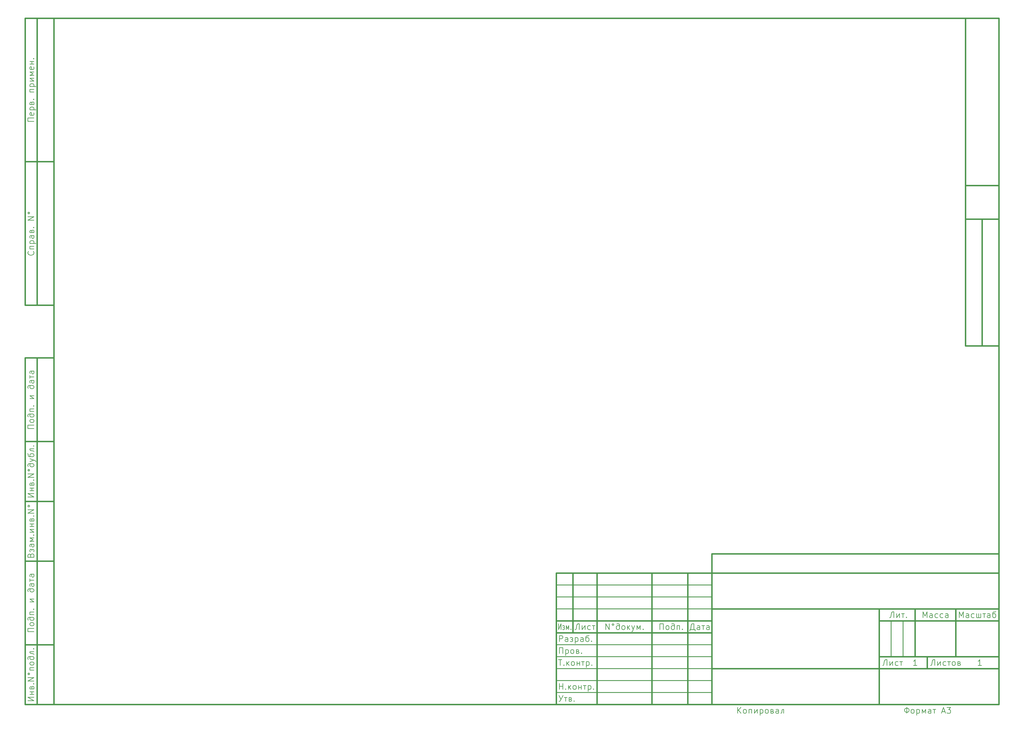
<source format=gbr>
%TF.GenerationSoftware,KiCad,Pcbnew,8.0.3*%
%TF.CreationDate,2024-08-26T14:09:17+03:00*%
%TF.ProjectId,pcb,7063622e-6b69-4636-9164-5f7063625858,rev?*%
%TF.SameCoordinates,Original*%
%TF.FileFunction,Legend,Bot*%
%TF.FilePolarity,Positive*%
%FSLAX46Y46*%
G04 Gerber Fmt 4.6, Leading zero omitted, Abs format (unit mm)*
G04 Created by KiCad (PCBNEW 8.0.3) date 2024-08-26 14:09:17*
%MOMM*%
%LPD*%
G01*
G04 APERTURE LIST*
%ADD10C,0.100000*%
%ADD11C,0.600000*%
%ADD12C,0.300000*%
%ADD13C,0.250000*%
G04 APERTURE END LIST*
D10*
D11*
X20000000Y-292002200D02*
X414989000Y-292002200D01*
X414989000Y-5000000D01*
X20000000Y-5000000D01*
X20000000Y-292002200D01*
D10*
D11*
X8000000Y-232002200D02*
X20000000Y-232002200D01*
D10*
D11*
X8000000Y-207002200D02*
X20000000Y-207002200D01*
D10*
D11*
X8000000Y-182002200D02*
X20000000Y-182002200D01*
D10*
D11*
X400989000Y-89000000D02*
X414989000Y-89000000D01*
D10*
D11*
X400989000Y-142000000D02*
X414989000Y-142000000D01*
D10*
D11*
X400989000Y-75000000D02*
X414989000Y-75000000D01*
D10*
D11*
X400989000Y-89000000D02*
X400989000Y-142000000D01*
D10*
D11*
X407989000Y-89000000D02*
X407989000Y-142000000D01*
D10*
D11*
X400989000Y-75000000D02*
X400989000Y-89000000D01*
D10*
D11*
X400989000Y-5000000D02*
X400989000Y-75000000D01*
D10*
D11*
X8000000Y-147002200D02*
X20000000Y-147002200D01*
D10*
D11*
X8000000Y-292002200D02*
X20000000Y-292002200D01*
D10*
D11*
X8000000Y-267002200D02*
X20000000Y-267002200D01*
D10*
D11*
X294989000Y-237002200D02*
X294989000Y-292002200D01*
D10*
D11*
X284989000Y-237002200D02*
X284989000Y-292002200D01*
D10*
D11*
X269989000Y-237002200D02*
X269989000Y-292002200D01*
D10*
D11*
X246989000Y-237002200D02*
X246989000Y-292002200D01*
D10*
D11*
X236989000Y-237002200D02*
X236989000Y-262002200D01*
D10*
D12*
X229989000Y-252002200D02*
X294989000Y-252002200D01*
D10*
D12*
X229989000Y-247002200D02*
X294989000Y-247002200D01*
D10*
D12*
X229989000Y-242002200D02*
X294989000Y-242002200D01*
D10*
D11*
X229989000Y-262002200D02*
X294989000Y-262002200D01*
D10*
D11*
X229989000Y-257002200D02*
X294989000Y-257002200D01*
D10*
D12*
X229989000Y-287002200D02*
X294989000Y-287002200D01*
D10*
D12*
X229989000Y-282002200D02*
X294989000Y-282002200D01*
D10*
D12*
X229989000Y-277002200D02*
X294989000Y-277002200D01*
D10*
D12*
X229989000Y-272002200D02*
X294989000Y-272002200D01*
D10*
D12*
X229989000Y-267002200D02*
X294989000Y-267002200D01*
D10*
D11*
X294989000Y-229002200D02*
X414989000Y-229002200D01*
D10*
D11*
X294989000Y-237002200D02*
X294989000Y-229002200D01*
D10*
D11*
X229989000Y-237002200D02*
X414989000Y-237002200D01*
D10*
D11*
X8000000Y-147002200D02*
X8000000Y-292002200D01*
D10*
D11*
X13000000Y-147002200D02*
X13000000Y-292002200D01*
D10*
D12*
X369989000Y-257002200D02*
X369989000Y-272002200D01*
D10*
D12*
X374989000Y-257002200D02*
X374989000Y-272002200D01*
D10*
D11*
X379989000Y-252002200D02*
X379989000Y-272002200D01*
D10*
D11*
X396989000Y-252002200D02*
X396989000Y-272002200D01*
D10*
D11*
X364989000Y-272002200D02*
X414989000Y-272002200D01*
D10*
D11*
X364989000Y-257002200D02*
X414989000Y-257002200D01*
D10*
D11*
X364989000Y-252002200D02*
X364989000Y-292002200D01*
D10*
D11*
X294989000Y-277002200D02*
X414989000Y-277002200D01*
D10*
D11*
X294989000Y-252002200D02*
X414989000Y-252002200D01*
D10*
D11*
X229989000Y-292002200D02*
X229989000Y-237002200D01*
D10*
D11*
X384989000Y-272002200D02*
X384989000Y-277002200D01*
D10*
D11*
X8000000Y-5002200D02*
X20000000Y-5002200D01*
D10*
D11*
X8000000Y-65002200D02*
X20000000Y-65002200D01*
D10*
D11*
X8000000Y-125002200D02*
X20000000Y-125002200D01*
D10*
D11*
X8000000Y-5002200D02*
X8000000Y-125002200D01*
D10*
D11*
X13000000Y-5002200D02*
X13000000Y-125002200D01*
D10*
D13*
X250691380Y-260645747D02*
X250691380Y-258145747D01*
X250691380Y-258145747D02*
X252119951Y-260645747D01*
X252119951Y-260645747D02*
X252119951Y-258145747D01*
X253667570Y-258145747D02*
X253429475Y-258264795D01*
X253429475Y-258264795D02*
X253310428Y-258502890D01*
X253310428Y-258502890D02*
X253429475Y-258740985D01*
X253429475Y-258740985D02*
X253667570Y-258860033D01*
X253667570Y-258860033D02*
X253905666Y-258740985D01*
X253905666Y-258740985D02*
X254024713Y-258502890D01*
X254024713Y-258502890D02*
X253905666Y-258264795D01*
X253905666Y-258264795D02*
X253667570Y-258145747D01*
X256405666Y-259217176D02*
X256286618Y-259098128D01*
X256286618Y-259098128D02*
X256048523Y-258979080D01*
X256048523Y-258979080D02*
X255572332Y-258979080D01*
X255572332Y-258979080D02*
X255334237Y-259098128D01*
X255334237Y-259098128D02*
X255215190Y-259217176D01*
X255215190Y-259217176D02*
X255096142Y-259455271D01*
X255096142Y-259455271D02*
X255096142Y-260169557D01*
X255096142Y-260169557D02*
X255215190Y-260407652D01*
X255215190Y-260407652D02*
X255334237Y-260526700D01*
X255334237Y-260526700D02*
X255572332Y-260645747D01*
X255572332Y-260645747D02*
X255929475Y-260645747D01*
X255929475Y-260645747D02*
X256167571Y-260526700D01*
X256167571Y-260526700D02*
X256286618Y-260407652D01*
X256286618Y-260407652D02*
X256405666Y-260169557D01*
X256405666Y-260169557D02*
X256405666Y-258621938D01*
X256405666Y-258621938D02*
X256286618Y-258383842D01*
X256286618Y-258383842D02*
X256167571Y-258264795D01*
X256167571Y-258264795D02*
X255929475Y-258145747D01*
X255929475Y-258145747D02*
X255453285Y-258145747D01*
X255453285Y-258145747D02*
X255215190Y-258264795D01*
X257834237Y-260645747D02*
X257596142Y-260526700D01*
X257596142Y-260526700D02*
X257477095Y-260407652D01*
X257477095Y-260407652D02*
X257358047Y-260169557D01*
X257358047Y-260169557D02*
X257358047Y-259455271D01*
X257358047Y-259455271D02*
X257477095Y-259217176D01*
X257477095Y-259217176D02*
X257596142Y-259098128D01*
X257596142Y-259098128D02*
X257834237Y-258979080D01*
X257834237Y-258979080D02*
X258191380Y-258979080D01*
X258191380Y-258979080D02*
X258429476Y-259098128D01*
X258429476Y-259098128D02*
X258548523Y-259217176D01*
X258548523Y-259217176D02*
X258667571Y-259455271D01*
X258667571Y-259455271D02*
X258667571Y-260169557D01*
X258667571Y-260169557D02*
X258548523Y-260407652D01*
X258548523Y-260407652D02*
X258429476Y-260526700D01*
X258429476Y-260526700D02*
X258191380Y-260645747D01*
X258191380Y-260645747D02*
X257834237Y-260645747D01*
X259739000Y-258979080D02*
X259739000Y-260645747D01*
X259977095Y-259693366D02*
X260691381Y-260645747D01*
X260691381Y-258979080D02*
X259739000Y-259931461D01*
X261524714Y-258979080D02*
X262119952Y-260645747D01*
X262715191Y-258979080D02*
X262119952Y-260645747D01*
X262119952Y-260645747D02*
X261881857Y-261240985D01*
X261881857Y-261240985D02*
X261762810Y-261360033D01*
X261762810Y-261360033D02*
X261524714Y-261479080D01*
X263667572Y-260645747D02*
X263667572Y-258979080D01*
X263667572Y-258979080D02*
X264381857Y-260288604D01*
X264381857Y-260288604D02*
X265096143Y-258979080D01*
X265096143Y-258979080D02*
X265096143Y-260645747D01*
X266286620Y-260407652D02*
X266405667Y-260526700D01*
X266405667Y-260526700D02*
X266286620Y-260645747D01*
X266286620Y-260645747D02*
X266167572Y-260526700D01*
X266167572Y-260526700D02*
X266286620Y-260407652D01*
X266286620Y-260407652D02*
X266286620Y-260645747D01*
D10*
D13*
X10334023Y-229561723D02*
X10453071Y-229204580D01*
X10453071Y-229204580D02*
X10572119Y-229085533D01*
X10572119Y-229085533D02*
X10810214Y-228966485D01*
X10810214Y-228966485D02*
X11167357Y-228966485D01*
X11167357Y-228966485D02*
X11405452Y-229085533D01*
X11405452Y-229085533D02*
X11524500Y-229204580D01*
X11524500Y-229204580D02*
X11643547Y-229442675D01*
X11643547Y-229442675D02*
X11643547Y-230395056D01*
X11643547Y-230395056D02*
X9143547Y-230395056D01*
X9143547Y-230395056D02*
X9143547Y-229561723D01*
X9143547Y-229561723D02*
X9262595Y-229323628D01*
X9262595Y-229323628D02*
X9381642Y-229204580D01*
X9381642Y-229204580D02*
X9619738Y-229085533D01*
X9619738Y-229085533D02*
X9857833Y-229085533D01*
X9857833Y-229085533D02*
X10095928Y-229204580D01*
X10095928Y-229204580D02*
X10214976Y-229323628D01*
X10214976Y-229323628D02*
X10334023Y-229561723D01*
X10334023Y-229561723D02*
X10334023Y-230395056D01*
X10810214Y-227656961D02*
X10810214Y-227418866D01*
X10095928Y-228133152D02*
X9976880Y-227895056D01*
X9976880Y-227895056D02*
X9976880Y-227418866D01*
X9976880Y-227418866D02*
X10095928Y-227180771D01*
X10095928Y-227180771D02*
X10334023Y-227061723D01*
X10334023Y-227061723D02*
X10453071Y-227061723D01*
X10453071Y-227061723D02*
X10691166Y-227180771D01*
X10691166Y-227180771D02*
X10810214Y-227418866D01*
X10810214Y-227418866D02*
X10929261Y-227180771D01*
X10929261Y-227180771D02*
X11167357Y-227061723D01*
X11167357Y-227061723D02*
X11286404Y-227061723D01*
X11286404Y-227061723D02*
X11524500Y-227180771D01*
X11524500Y-227180771D02*
X11643547Y-227418866D01*
X11643547Y-227418866D02*
X11643547Y-227895056D01*
X11643547Y-227895056D02*
X11524500Y-228133152D01*
X11643547Y-224918866D02*
X10334023Y-224918866D01*
X10334023Y-224918866D02*
X10095928Y-225037913D01*
X10095928Y-225037913D02*
X9976880Y-225276009D01*
X9976880Y-225276009D02*
X9976880Y-225752199D01*
X9976880Y-225752199D02*
X10095928Y-225990294D01*
X11524500Y-224918866D02*
X11643547Y-225156961D01*
X11643547Y-225156961D02*
X11643547Y-225752199D01*
X11643547Y-225752199D02*
X11524500Y-225990294D01*
X11524500Y-225990294D02*
X11286404Y-226109342D01*
X11286404Y-226109342D02*
X11048309Y-226109342D01*
X11048309Y-226109342D02*
X10810214Y-225990294D01*
X10810214Y-225990294D02*
X10691166Y-225752199D01*
X10691166Y-225752199D02*
X10691166Y-225156961D01*
X10691166Y-225156961D02*
X10572119Y-224918866D01*
X11643547Y-223728389D02*
X9976880Y-223728389D01*
X9976880Y-223728389D02*
X11286404Y-223014104D01*
X11286404Y-223014104D02*
X9976880Y-222299818D01*
X9976880Y-222299818D02*
X11643547Y-222299818D01*
X11405452Y-221109341D02*
X11524500Y-220990294D01*
X11524500Y-220990294D02*
X11643547Y-221109341D01*
X11643547Y-221109341D02*
X11524500Y-221228389D01*
X11524500Y-221228389D02*
X11405452Y-221109341D01*
X11405452Y-221109341D02*
X11643547Y-221109341D01*
X9976880Y-219918865D02*
X11643547Y-219918865D01*
X11643547Y-219918865D02*
X9976880Y-218728389D01*
X9976880Y-218728389D02*
X11643547Y-218728389D01*
X10810214Y-217537913D02*
X10810214Y-216466485D01*
X9976880Y-217537913D02*
X11643547Y-217537913D01*
X9976880Y-216466485D02*
X11643547Y-216466485D01*
X10810214Y-214680770D02*
X10929261Y-214323627D01*
X10929261Y-214323627D02*
X11167357Y-214204580D01*
X11167357Y-214204580D02*
X11286404Y-214204580D01*
X11286404Y-214204580D02*
X11524500Y-214323627D01*
X11524500Y-214323627D02*
X11643547Y-214561723D01*
X11643547Y-214561723D02*
X11643547Y-215276008D01*
X11643547Y-215276008D02*
X9976880Y-215276008D01*
X9976880Y-215276008D02*
X9976880Y-214680770D01*
X9976880Y-214680770D02*
X10095928Y-214442675D01*
X10095928Y-214442675D02*
X10334023Y-214323627D01*
X10334023Y-214323627D02*
X10453071Y-214323627D01*
X10453071Y-214323627D02*
X10691166Y-214442675D01*
X10691166Y-214442675D02*
X10810214Y-214680770D01*
X10810214Y-214680770D02*
X10810214Y-215276008D01*
X11405452Y-213133151D02*
X11524500Y-213014104D01*
X11524500Y-213014104D02*
X11643547Y-213133151D01*
X11643547Y-213133151D02*
X11524500Y-213252199D01*
X11524500Y-213252199D02*
X11405452Y-213133151D01*
X11405452Y-213133151D02*
X11643547Y-213133151D01*
X11643547Y-211942675D02*
X9143547Y-211942675D01*
X9143547Y-211942675D02*
X11643547Y-210514104D01*
X11643547Y-210514104D02*
X9143547Y-210514104D01*
X9143547Y-208966485D02*
X9262595Y-209204580D01*
X9262595Y-209204580D02*
X9500690Y-209323627D01*
X9500690Y-209323627D02*
X9738785Y-209204580D01*
X9738785Y-209204580D02*
X9857833Y-208966485D01*
X9857833Y-208966485D02*
X9738785Y-208728389D01*
X9738785Y-208728389D02*
X9500690Y-208609342D01*
X9500690Y-208609342D02*
X9262595Y-208728389D01*
X9262595Y-208728389D02*
X9143547Y-208966485D01*
D10*
D13*
X287965190Y-261240985D02*
X287965190Y-260645747D01*
X287965190Y-260645747D02*
X285822332Y-260645747D01*
X285822332Y-260645747D02*
X285822332Y-261240985D01*
X287488999Y-260645747D02*
X287488999Y-258145747D01*
X287488999Y-258145747D02*
X286893761Y-258145747D01*
X286893761Y-258145747D02*
X286655666Y-258264795D01*
X286655666Y-258264795D02*
X286536618Y-258383842D01*
X286536618Y-258383842D02*
X286417570Y-258621938D01*
X286417570Y-258621938D02*
X286179475Y-260645747D01*
X289988999Y-260645747D02*
X289988999Y-259336223D01*
X289988999Y-259336223D02*
X289869952Y-259098128D01*
X289869952Y-259098128D02*
X289631856Y-258979080D01*
X289631856Y-258979080D02*
X289155666Y-258979080D01*
X289155666Y-258979080D02*
X288917571Y-259098128D01*
X289988999Y-260526700D02*
X289750904Y-260645747D01*
X289750904Y-260645747D02*
X289155666Y-260645747D01*
X289155666Y-260645747D02*
X288917571Y-260526700D01*
X288917571Y-260526700D02*
X288798523Y-260288604D01*
X288798523Y-260288604D02*
X288798523Y-260050509D01*
X288798523Y-260050509D02*
X288917571Y-259812414D01*
X288917571Y-259812414D02*
X289155666Y-259693366D01*
X289155666Y-259693366D02*
X289750904Y-259693366D01*
X289750904Y-259693366D02*
X289988999Y-259574319D01*
X290822333Y-258979080D02*
X292012809Y-258979080D01*
X291417571Y-258979080D02*
X291417571Y-260645747D01*
X293917571Y-260645747D02*
X293917571Y-259336223D01*
X293917571Y-259336223D02*
X293798524Y-259098128D01*
X293798524Y-259098128D02*
X293560428Y-258979080D01*
X293560428Y-258979080D02*
X293084238Y-258979080D01*
X293084238Y-258979080D02*
X292846143Y-259098128D01*
X293917571Y-260526700D02*
X293679476Y-260645747D01*
X293679476Y-260645747D02*
X293084238Y-260645747D01*
X293084238Y-260645747D02*
X292846143Y-260526700D01*
X292846143Y-260526700D02*
X292727095Y-260288604D01*
X292727095Y-260288604D02*
X292727095Y-260050509D01*
X292727095Y-260050509D02*
X292846143Y-259812414D01*
X292846143Y-259812414D02*
X293084238Y-259693366D01*
X293084238Y-259693366D02*
X293679476Y-259693366D01*
X293679476Y-259693366D02*
X293917571Y-259574319D01*
D10*
D13*
X230909634Y-258145747D02*
X230909634Y-260645747D01*
X230909634Y-260645747D02*
X231941380Y-258145747D01*
X231941380Y-258145747D02*
X231941380Y-260645747D01*
X232973127Y-259812414D02*
X233145084Y-259812414D01*
X232629211Y-259098128D02*
X232801169Y-258979080D01*
X232801169Y-258979080D02*
X233145084Y-258979080D01*
X233145084Y-258979080D02*
X233317042Y-259098128D01*
X233317042Y-259098128D02*
X233403021Y-259336223D01*
X233403021Y-259336223D02*
X233403021Y-259455271D01*
X233403021Y-259455271D02*
X233317042Y-259693366D01*
X233317042Y-259693366D02*
X233145084Y-259812414D01*
X233145084Y-259812414D02*
X233317042Y-259931461D01*
X233317042Y-259931461D02*
X233403021Y-260169557D01*
X233403021Y-260169557D02*
X233403021Y-260288604D01*
X233403021Y-260288604D02*
X233317042Y-260526700D01*
X233317042Y-260526700D02*
X233145084Y-260645747D01*
X233145084Y-260645747D02*
X232801169Y-260645747D01*
X232801169Y-260645747D02*
X232629211Y-260526700D01*
X234176831Y-260645747D02*
X234176831Y-258979080D01*
X234176831Y-258979080D02*
X234692704Y-260288604D01*
X234692704Y-260288604D02*
X235208577Y-258979080D01*
X235208577Y-258979080D02*
X235208577Y-260645747D01*
X236068366Y-260407652D02*
X236154345Y-260526700D01*
X236154345Y-260526700D02*
X236068366Y-260645747D01*
X236068366Y-260645747D02*
X235982387Y-260526700D01*
X235982387Y-260526700D02*
X236068366Y-260407652D01*
X236068366Y-260407652D02*
X236068366Y-260645747D01*
D10*
D13*
X9143547Y-205156961D02*
X11643547Y-205156961D01*
X11643547Y-205156961D02*
X9143547Y-203728390D01*
X9143547Y-203728390D02*
X11643547Y-203728390D01*
X10810214Y-202537913D02*
X10810214Y-201466485D01*
X9976880Y-202537913D02*
X11643547Y-202537913D01*
X9976880Y-201466485D02*
X11643547Y-201466485D01*
X10810214Y-199680770D02*
X10929261Y-199323627D01*
X10929261Y-199323627D02*
X11167357Y-199204580D01*
X11167357Y-199204580D02*
X11286404Y-199204580D01*
X11286404Y-199204580D02*
X11524500Y-199323627D01*
X11524500Y-199323627D02*
X11643547Y-199561723D01*
X11643547Y-199561723D02*
X11643547Y-200276008D01*
X11643547Y-200276008D02*
X9976880Y-200276008D01*
X9976880Y-200276008D02*
X9976880Y-199680770D01*
X9976880Y-199680770D02*
X10095928Y-199442675D01*
X10095928Y-199442675D02*
X10334023Y-199323627D01*
X10334023Y-199323627D02*
X10453071Y-199323627D01*
X10453071Y-199323627D02*
X10691166Y-199442675D01*
X10691166Y-199442675D02*
X10810214Y-199680770D01*
X10810214Y-199680770D02*
X10810214Y-200276008D01*
X11405452Y-198133151D02*
X11524500Y-198014104D01*
X11524500Y-198014104D02*
X11643547Y-198133151D01*
X11643547Y-198133151D02*
X11524500Y-198252199D01*
X11524500Y-198252199D02*
X11405452Y-198133151D01*
X11405452Y-198133151D02*
X11643547Y-198133151D01*
X11643547Y-196942675D02*
X9143547Y-196942675D01*
X9143547Y-196942675D02*
X11643547Y-195514104D01*
X11643547Y-195514104D02*
X9143547Y-195514104D01*
X9143547Y-193966485D02*
X9262595Y-194204580D01*
X9262595Y-194204580D02*
X9500690Y-194323627D01*
X9500690Y-194323627D02*
X9738785Y-194204580D01*
X9738785Y-194204580D02*
X9857833Y-193966485D01*
X9857833Y-193966485D02*
X9738785Y-193728389D01*
X9738785Y-193728389D02*
X9500690Y-193609342D01*
X9500690Y-193609342D02*
X9262595Y-193728389D01*
X9262595Y-193728389D02*
X9143547Y-193966485D01*
X10214976Y-191228389D02*
X10095928Y-191347437D01*
X10095928Y-191347437D02*
X9976880Y-191585532D01*
X9976880Y-191585532D02*
X9976880Y-192061723D01*
X9976880Y-192061723D02*
X10095928Y-192299818D01*
X10095928Y-192299818D02*
X10214976Y-192418865D01*
X10214976Y-192418865D02*
X10453071Y-192537913D01*
X10453071Y-192537913D02*
X11167357Y-192537913D01*
X11167357Y-192537913D02*
X11405452Y-192418865D01*
X11405452Y-192418865D02*
X11524500Y-192299818D01*
X11524500Y-192299818D02*
X11643547Y-192061723D01*
X11643547Y-192061723D02*
X11643547Y-191704580D01*
X11643547Y-191704580D02*
X11524500Y-191466484D01*
X11524500Y-191466484D02*
X11405452Y-191347437D01*
X11405452Y-191347437D02*
X11167357Y-191228389D01*
X11167357Y-191228389D02*
X9619738Y-191228389D01*
X9619738Y-191228389D02*
X9381642Y-191347437D01*
X9381642Y-191347437D02*
X9262595Y-191466484D01*
X9262595Y-191466484D02*
X9143547Y-191704580D01*
X9143547Y-191704580D02*
X9143547Y-192180770D01*
X9143547Y-192180770D02*
X9262595Y-192418865D01*
X9976880Y-190395056D02*
X11643547Y-189799818D01*
X9976880Y-189204579D02*
X11643547Y-189799818D01*
X11643547Y-189799818D02*
X12238785Y-190037913D01*
X12238785Y-190037913D02*
X12357833Y-190156960D01*
X12357833Y-190156960D02*
X12476880Y-190395056D01*
X9024500Y-187061722D02*
X9143547Y-187180770D01*
X9143547Y-187180770D02*
X9262595Y-187418865D01*
X9262595Y-187418865D02*
X9262595Y-187895056D01*
X9262595Y-187895056D02*
X9381642Y-188133151D01*
X9381642Y-188133151D02*
X9500690Y-188252198D01*
X9500690Y-188252198D02*
X9738785Y-188371246D01*
X9738785Y-188371246D02*
X11167357Y-188371246D01*
X11167357Y-188371246D02*
X11405452Y-188252198D01*
X11405452Y-188252198D02*
X11524500Y-188133151D01*
X11524500Y-188133151D02*
X11643547Y-187895056D01*
X11643547Y-187895056D02*
X11643547Y-187537913D01*
X11643547Y-187537913D02*
X11524500Y-187299817D01*
X11524500Y-187299817D02*
X11405452Y-187180770D01*
X11405452Y-187180770D02*
X11167357Y-187061722D01*
X11167357Y-187061722D02*
X10453071Y-187061722D01*
X10453071Y-187061722D02*
X10214976Y-187180770D01*
X10214976Y-187180770D02*
X10095928Y-187299817D01*
X10095928Y-187299817D02*
X9976880Y-187537913D01*
X9976880Y-187537913D02*
X9976880Y-188014103D01*
X9976880Y-188014103D02*
X10095928Y-188252198D01*
X10095928Y-188252198D02*
X10214976Y-188371246D01*
X11643547Y-185037912D02*
X9976880Y-185037912D01*
X9976880Y-185037912D02*
X9976880Y-185395055D01*
X9976880Y-185395055D02*
X10095928Y-185633151D01*
X10095928Y-185633151D02*
X10334023Y-185752198D01*
X10334023Y-185752198D02*
X11286404Y-185871246D01*
X11286404Y-185871246D02*
X11524500Y-185990293D01*
X11524500Y-185990293D02*
X11643547Y-186228389D01*
X11405452Y-183847436D02*
X11524500Y-183728389D01*
X11524500Y-183728389D02*
X11643547Y-183847436D01*
X11643547Y-183847436D02*
X11524500Y-183966484D01*
X11524500Y-183966484D02*
X11405452Y-183847436D01*
X11405452Y-183847436D02*
X11643547Y-183847436D01*
D10*
D13*
X9143547Y-290335533D02*
X11643547Y-290335533D01*
X11643547Y-290335533D02*
X9143547Y-288906962D01*
X9143547Y-288906962D02*
X11643547Y-288906962D01*
X10810214Y-287716485D02*
X10810214Y-286645057D01*
X9976880Y-287716485D02*
X11643547Y-287716485D01*
X9976880Y-286645057D02*
X11643547Y-286645057D01*
X10810214Y-284859342D02*
X10929261Y-284502199D01*
X10929261Y-284502199D02*
X11167357Y-284383152D01*
X11167357Y-284383152D02*
X11286404Y-284383152D01*
X11286404Y-284383152D02*
X11524500Y-284502199D01*
X11524500Y-284502199D02*
X11643547Y-284740295D01*
X11643547Y-284740295D02*
X11643547Y-285454580D01*
X11643547Y-285454580D02*
X9976880Y-285454580D01*
X9976880Y-285454580D02*
X9976880Y-284859342D01*
X9976880Y-284859342D02*
X10095928Y-284621247D01*
X10095928Y-284621247D02*
X10334023Y-284502199D01*
X10334023Y-284502199D02*
X10453071Y-284502199D01*
X10453071Y-284502199D02*
X10691166Y-284621247D01*
X10691166Y-284621247D02*
X10810214Y-284859342D01*
X10810214Y-284859342D02*
X10810214Y-285454580D01*
X11405452Y-283311723D02*
X11524500Y-283192676D01*
X11524500Y-283192676D02*
X11643547Y-283311723D01*
X11643547Y-283311723D02*
X11524500Y-283430771D01*
X11524500Y-283430771D02*
X11405452Y-283311723D01*
X11405452Y-283311723D02*
X11643547Y-283311723D01*
X11643547Y-282121247D02*
X9143547Y-282121247D01*
X9143547Y-282121247D02*
X11643547Y-280692676D01*
X11643547Y-280692676D02*
X9143547Y-280692676D01*
X9143547Y-279145057D02*
X9262595Y-279383152D01*
X9262595Y-279383152D02*
X9500690Y-279502199D01*
X9500690Y-279502199D02*
X9738785Y-279383152D01*
X9738785Y-279383152D02*
X9857833Y-279145057D01*
X9857833Y-279145057D02*
X9738785Y-278906961D01*
X9738785Y-278906961D02*
X9500690Y-278787914D01*
X9500690Y-278787914D02*
X9262595Y-278906961D01*
X9262595Y-278906961D02*
X9143547Y-279145057D01*
X11643547Y-277597437D02*
X9976880Y-277597437D01*
X9976880Y-277597437D02*
X9976880Y-276526009D01*
X9976880Y-276526009D02*
X11643547Y-276526009D01*
X11643547Y-274978390D02*
X11524500Y-275216485D01*
X11524500Y-275216485D02*
X11405452Y-275335532D01*
X11405452Y-275335532D02*
X11167357Y-275454580D01*
X11167357Y-275454580D02*
X10453071Y-275454580D01*
X10453071Y-275454580D02*
X10214976Y-275335532D01*
X10214976Y-275335532D02*
X10095928Y-275216485D01*
X10095928Y-275216485D02*
X9976880Y-274978390D01*
X9976880Y-274978390D02*
X9976880Y-274621247D01*
X9976880Y-274621247D02*
X10095928Y-274383151D01*
X10095928Y-274383151D02*
X10214976Y-274264104D01*
X10214976Y-274264104D02*
X10453071Y-274145056D01*
X10453071Y-274145056D02*
X11167357Y-274145056D01*
X11167357Y-274145056D02*
X11405452Y-274264104D01*
X11405452Y-274264104D02*
X11524500Y-274383151D01*
X11524500Y-274383151D02*
X11643547Y-274621247D01*
X11643547Y-274621247D02*
X11643547Y-274978390D01*
X10214976Y-271883151D02*
X10095928Y-272002199D01*
X10095928Y-272002199D02*
X9976880Y-272240294D01*
X9976880Y-272240294D02*
X9976880Y-272716485D01*
X9976880Y-272716485D02*
X10095928Y-272954580D01*
X10095928Y-272954580D02*
X10214976Y-273073627D01*
X10214976Y-273073627D02*
X10453071Y-273192675D01*
X10453071Y-273192675D02*
X11167357Y-273192675D01*
X11167357Y-273192675D02*
X11405452Y-273073627D01*
X11405452Y-273073627D02*
X11524500Y-272954580D01*
X11524500Y-272954580D02*
X11643547Y-272716485D01*
X11643547Y-272716485D02*
X11643547Y-272359342D01*
X11643547Y-272359342D02*
X11524500Y-272121246D01*
X11524500Y-272121246D02*
X11405452Y-272002199D01*
X11405452Y-272002199D02*
X11167357Y-271883151D01*
X11167357Y-271883151D02*
X9619738Y-271883151D01*
X9619738Y-271883151D02*
X9381642Y-272002199D01*
X9381642Y-272002199D02*
X9262595Y-272121246D01*
X9262595Y-272121246D02*
X9143547Y-272359342D01*
X9143547Y-272359342D02*
X9143547Y-272835532D01*
X9143547Y-272835532D02*
X9262595Y-273073627D01*
X11643547Y-269859341D02*
X9976880Y-269859341D01*
X9976880Y-269859341D02*
X9976880Y-270216484D01*
X9976880Y-270216484D02*
X10095928Y-270454580D01*
X10095928Y-270454580D02*
X10334023Y-270573627D01*
X10334023Y-270573627D02*
X11286404Y-270692675D01*
X11286404Y-270692675D02*
X11524500Y-270811722D01*
X11524500Y-270811722D02*
X11643547Y-271049818D01*
X11405452Y-268668865D02*
X11524500Y-268549818D01*
X11524500Y-268549818D02*
X11643547Y-268668865D01*
X11643547Y-268668865D02*
X11524500Y-268787913D01*
X11524500Y-268787913D02*
X11405452Y-268668865D01*
X11405452Y-268668865D02*
X11643547Y-268668865D01*
D10*
D13*
X305748711Y-295645747D02*
X305748711Y-293145747D01*
X307177282Y-295645747D02*
X306105853Y-294217176D01*
X307177282Y-293145747D02*
X305748711Y-294574319D01*
X308605853Y-295645747D02*
X308367758Y-295526700D01*
X308367758Y-295526700D02*
X308248711Y-295407652D01*
X308248711Y-295407652D02*
X308129663Y-295169557D01*
X308129663Y-295169557D02*
X308129663Y-294455271D01*
X308129663Y-294455271D02*
X308248711Y-294217176D01*
X308248711Y-294217176D02*
X308367758Y-294098128D01*
X308367758Y-294098128D02*
X308605853Y-293979080D01*
X308605853Y-293979080D02*
X308962996Y-293979080D01*
X308962996Y-293979080D02*
X309201092Y-294098128D01*
X309201092Y-294098128D02*
X309320139Y-294217176D01*
X309320139Y-294217176D02*
X309439187Y-294455271D01*
X309439187Y-294455271D02*
X309439187Y-295169557D01*
X309439187Y-295169557D02*
X309320139Y-295407652D01*
X309320139Y-295407652D02*
X309201092Y-295526700D01*
X309201092Y-295526700D02*
X308962996Y-295645747D01*
X308962996Y-295645747D02*
X308605853Y-295645747D01*
X310510616Y-295645747D02*
X310510616Y-293979080D01*
X310510616Y-293979080D02*
X311582044Y-293979080D01*
X311582044Y-293979080D02*
X311582044Y-295645747D01*
X312772521Y-293979080D02*
X312772521Y-295645747D01*
X312772521Y-295645747D02*
X313962997Y-293979080D01*
X313962997Y-293979080D02*
X313962997Y-295645747D01*
X315153473Y-293979080D02*
X315153473Y-296479080D01*
X315153473Y-294098128D02*
X315391568Y-293979080D01*
X315391568Y-293979080D02*
X315867758Y-293979080D01*
X315867758Y-293979080D02*
X316105854Y-294098128D01*
X316105854Y-294098128D02*
X316224901Y-294217176D01*
X316224901Y-294217176D02*
X316343949Y-294455271D01*
X316343949Y-294455271D02*
X316343949Y-295169557D01*
X316343949Y-295169557D02*
X316224901Y-295407652D01*
X316224901Y-295407652D02*
X316105854Y-295526700D01*
X316105854Y-295526700D02*
X315867758Y-295645747D01*
X315867758Y-295645747D02*
X315391568Y-295645747D01*
X315391568Y-295645747D02*
X315153473Y-295526700D01*
X317772520Y-295645747D02*
X317534425Y-295526700D01*
X317534425Y-295526700D02*
X317415378Y-295407652D01*
X317415378Y-295407652D02*
X317296330Y-295169557D01*
X317296330Y-295169557D02*
X317296330Y-294455271D01*
X317296330Y-294455271D02*
X317415378Y-294217176D01*
X317415378Y-294217176D02*
X317534425Y-294098128D01*
X317534425Y-294098128D02*
X317772520Y-293979080D01*
X317772520Y-293979080D02*
X318129663Y-293979080D01*
X318129663Y-293979080D02*
X318367759Y-294098128D01*
X318367759Y-294098128D02*
X318486806Y-294217176D01*
X318486806Y-294217176D02*
X318605854Y-294455271D01*
X318605854Y-294455271D02*
X318605854Y-295169557D01*
X318605854Y-295169557D02*
X318486806Y-295407652D01*
X318486806Y-295407652D02*
X318367759Y-295526700D01*
X318367759Y-295526700D02*
X318129663Y-295645747D01*
X318129663Y-295645747D02*
X317772520Y-295645747D01*
X320272521Y-294812414D02*
X320629664Y-294931461D01*
X320629664Y-294931461D02*
X320748711Y-295169557D01*
X320748711Y-295169557D02*
X320748711Y-295288604D01*
X320748711Y-295288604D02*
X320629664Y-295526700D01*
X320629664Y-295526700D02*
X320391568Y-295645747D01*
X320391568Y-295645747D02*
X319677283Y-295645747D01*
X319677283Y-295645747D02*
X319677283Y-293979080D01*
X319677283Y-293979080D02*
X320272521Y-293979080D01*
X320272521Y-293979080D02*
X320510616Y-294098128D01*
X320510616Y-294098128D02*
X320629664Y-294336223D01*
X320629664Y-294336223D02*
X320629664Y-294455271D01*
X320629664Y-294455271D02*
X320510616Y-294693366D01*
X320510616Y-294693366D02*
X320272521Y-294812414D01*
X320272521Y-294812414D02*
X319677283Y-294812414D01*
X322891568Y-295645747D02*
X322891568Y-294336223D01*
X322891568Y-294336223D02*
X322772521Y-294098128D01*
X322772521Y-294098128D02*
X322534425Y-293979080D01*
X322534425Y-293979080D02*
X322058235Y-293979080D01*
X322058235Y-293979080D02*
X321820140Y-294098128D01*
X322891568Y-295526700D02*
X322653473Y-295645747D01*
X322653473Y-295645747D02*
X322058235Y-295645747D01*
X322058235Y-295645747D02*
X321820140Y-295526700D01*
X321820140Y-295526700D02*
X321701092Y-295288604D01*
X321701092Y-295288604D02*
X321701092Y-295050509D01*
X321701092Y-295050509D02*
X321820140Y-294812414D01*
X321820140Y-294812414D02*
X322058235Y-294693366D01*
X322058235Y-294693366D02*
X322653473Y-294693366D01*
X322653473Y-294693366D02*
X322891568Y-294574319D01*
X325034426Y-295645747D02*
X325034426Y-293979080D01*
X325034426Y-293979080D02*
X324677283Y-293979080D01*
X324677283Y-293979080D02*
X324439187Y-294098128D01*
X324439187Y-294098128D02*
X324320140Y-294336223D01*
X324320140Y-294336223D02*
X324201092Y-295288604D01*
X324201092Y-295288604D02*
X324082045Y-295526700D01*
X324082045Y-295526700D02*
X323843949Y-295645747D01*
D10*
D13*
X368177282Y-275645747D02*
X368177282Y-273145747D01*
X368177282Y-273145747D02*
X367820139Y-273145747D01*
X367820139Y-273145747D02*
X367462996Y-273264795D01*
X367462996Y-273264795D02*
X367224901Y-273502890D01*
X367224901Y-273502890D02*
X367105853Y-273860033D01*
X367105853Y-273860033D02*
X366867758Y-275288604D01*
X366867758Y-275288604D02*
X366748711Y-275526700D01*
X366748711Y-275526700D02*
X366510615Y-275645747D01*
X366510615Y-275645747D02*
X366391568Y-275645747D01*
X369367759Y-273979080D02*
X369367759Y-275645747D01*
X369367759Y-275645747D02*
X370558235Y-273979080D01*
X370558235Y-273979080D02*
X370558235Y-275645747D01*
X372820139Y-275526700D02*
X372582044Y-275645747D01*
X372582044Y-275645747D02*
X372105853Y-275645747D01*
X372105853Y-275645747D02*
X371867758Y-275526700D01*
X371867758Y-275526700D02*
X371748711Y-275407652D01*
X371748711Y-275407652D02*
X371629663Y-275169557D01*
X371629663Y-275169557D02*
X371629663Y-274455271D01*
X371629663Y-274455271D02*
X371748711Y-274217176D01*
X371748711Y-274217176D02*
X371867758Y-274098128D01*
X371867758Y-274098128D02*
X372105853Y-273979080D01*
X372105853Y-273979080D02*
X372582044Y-273979080D01*
X372582044Y-273979080D02*
X372820139Y-274098128D01*
X373534425Y-273979080D02*
X374724901Y-273979080D01*
X374129663Y-273979080D02*
X374129663Y-275645747D01*
D10*
D13*
X239608047Y-260645747D02*
X239608047Y-258145747D01*
X239608047Y-258145747D02*
X239250904Y-258145747D01*
X239250904Y-258145747D02*
X238893761Y-258264795D01*
X238893761Y-258264795D02*
X238655666Y-258502890D01*
X238655666Y-258502890D02*
X238536618Y-258860033D01*
X238536618Y-258860033D02*
X238298523Y-260288604D01*
X238298523Y-260288604D02*
X238179476Y-260526700D01*
X238179476Y-260526700D02*
X237941380Y-260645747D01*
X237941380Y-260645747D02*
X237822333Y-260645747D01*
X240798524Y-258979080D02*
X240798524Y-260645747D01*
X240798524Y-260645747D02*
X241989000Y-258979080D01*
X241989000Y-258979080D02*
X241989000Y-260645747D01*
X244250904Y-260526700D02*
X244012809Y-260645747D01*
X244012809Y-260645747D02*
X243536618Y-260645747D01*
X243536618Y-260645747D02*
X243298523Y-260526700D01*
X243298523Y-260526700D02*
X243179476Y-260407652D01*
X243179476Y-260407652D02*
X243060428Y-260169557D01*
X243060428Y-260169557D02*
X243060428Y-259455271D01*
X243060428Y-259455271D02*
X243179476Y-259217176D01*
X243179476Y-259217176D02*
X243298523Y-259098128D01*
X243298523Y-259098128D02*
X243536618Y-258979080D01*
X243536618Y-258979080D02*
X244012809Y-258979080D01*
X244012809Y-258979080D02*
X244250904Y-259098128D01*
X244965190Y-258979080D02*
X246155666Y-258979080D01*
X245560428Y-258979080D02*
X245560428Y-260645747D01*
D10*
D13*
X388177282Y-275645747D02*
X388177282Y-273145747D01*
X388177282Y-273145747D02*
X387820139Y-273145747D01*
X387820139Y-273145747D02*
X387462996Y-273264795D01*
X387462996Y-273264795D02*
X387224901Y-273502890D01*
X387224901Y-273502890D02*
X387105853Y-273860033D01*
X387105853Y-273860033D02*
X386867758Y-275288604D01*
X386867758Y-275288604D02*
X386748711Y-275526700D01*
X386748711Y-275526700D02*
X386510615Y-275645747D01*
X386510615Y-275645747D02*
X386391568Y-275645747D01*
X389367759Y-273979080D02*
X389367759Y-275645747D01*
X389367759Y-275645747D02*
X390558235Y-273979080D01*
X390558235Y-273979080D02*
X390558235Y-275645747D01*
X392820139Y-275526700D02*
X392582044Y-275645747D01*
X392582044Y-275645747D02*
X392105853Y-275645747D01*
X392105853Y-275645747D02*
X391867758Y-275526700D01*
X391867758Y-275526700D02*
X391748711Y-275407652D01*
X391748711Y-275407652D02*
X391629663Y-275169557D01*
X391629663Y-275169557D02*
X391629663Y-274455271D01*
X391629663Y-274455271D02*
X391748711Y-274217176D01*
X391748711Y-274217176D02*
X391867758Y-274098128D01*
X391867758Y-274098128D02*
X392105853Y-273979080D01*
X392105853Y-273979080D02*
X392582044Y-273979080D01*
X392582044Y-273979080D02*
X392820139Y-274098128D01*
X393534425Y-273979080D02*
X394724901Y-273979080D01*
X394129663Y-273979080D02*
X394129663Y-275645747D01*
X395915377Y-275645747D02*
X395677282Y-275526700D01*
X395677282Y-275526700D02*
X395558235Y-275407652D01*
X395558235Y-275407652D02*
X395439187Y-275169557D01*
X395439187Y-275169557D02*
X395439187Y-274455271D01*
X395439187Y-274455271D02*
X395558235Y-274217176D01*
X395558235Y-274217176D02*
X395677282Y-274098128D01*
X395677282Y-274098128D02*
X395915377Y-273979080D01*
X395915377Y-273979080D02*
X396272520Y-273979080D01*
X396272520Y-273979080D02*
X396510616Y-274098128D01*
X396510616Y-274098128D02*
X396629663Y-274217176D01*
X396629663Y-274217176D02*
X396748711Y-274455271D01*
X396748711Y-274455271D02*
X396748711Y-275169557D01*
X396748711Y-275169557D02*
X396629663Y-275407652D01*
X396629663Y-275407652D02*
X396510616Y-275526700D01*
X396510616Y-275526700D02*
X396272520Y-275645747D01*
X396272520Y-275645747D02*
X395915377Y-275645747D01*
X398415378Y-274812414D02*
X398772521Y-274931461D01*
X398772521Y-274931461D02*
X398891568Y-275169557D01*
X398891568Y-275169557D02*
X398891568Y-275288604D01*
X398891568Y-275288604D02*
X398772521Y-275526700D01*
X398772521Y-275526700D02*
X398534425Y-275645747D01*
X398534425Y-275645747D02*
X397820140Y-275645747D01*
X397820140Y-275645747D02*
X397820140Y-273979080D01*
X397820140Y-273979080D02*
X398415378Y-273979080D01*
X398415378Y-273979080D02*
X398653473Y-274098128D01*
X398653473Y-274098128D02*
X398772521Y-274336223D01*
X398772521Y-274336223D02*
X398772521Y-274455271D01*
X398772521Y-274455271D02*
X398653473Y-274693366D01*
X398653473Y-274693366D02*
X398415378Y-274812414D01*
X398415378Y-274812414D02*
X397820140Y-274812414D01*
D10*
D13*
X371084238Y-255645747D02*
X371084238Y-253145747D01*
X371084238Y-253145747D02*
X370727095Y-253145747D01*
X370727095Y-253145747D02*
X370369952Y-253264795D01*
X370369952Y-253264795D02*
X370131857Y-253502890D01*
X370131857Y-253502890D02*
X370012809Y-253860033D01*
X370012809Y-253860033D02*
X369774714Y-255288604D01*
X369774714Y-255288604D02*
X369655667Y-255526700D01*
X369655667Y-255526700D02*
X369417571Y-255645747D01*
X369417571Y-255645747D02*
X369298524Y-255645747D01*
X372274715Y-253979080D02*
X372274715Y-255645747D01*
X372274715Y-255645747D02*
X373465191Y-253979080D01*
X373465191Y-253979080D02*
X373465191Y-255645747D01*
X374298524Y-253979080D02*
X375489000Y-253979080D01*
X374893762Y-253979080D02*
X374893762Y-255645747D01*
X376322334Y-255407652D02*
X376441381Y-255526700D01*
X376441381Y-255526700D02*
X376322334Y-255645747D01*
X376322334Y-255645747D02*
X376203286Y-255526700D01*
X376203286Y-255526700D02*
X376322334Y-255407652D01*
X376322334Y-255407652D02*
X376322334Y-255645747D01*
D10*
D13*
X383250905Y-255645747D02*
X383250905Y-253145747D01*
X383250905Y-253145747D02*
X384084238Y-254931461D01*
X384084238Y-254931461D02*
X384917571Y-253145747D01*
X384917571Y-253145747D02*
X384917571Y-255645747D01*
X387179476Y-255645747D02*
X387179476Y-254336223D01*
X387179476Y-254336223D02*
X387060429Y-254098128D01*
X387060429Y-254098128D02*
X386822333Y-253979080D01*
X386822333Y-253979080D02*
X386346143Y-253979080D01*
X386346143Y-253979080D02*
X386108048Y-254098128D01*
X387179476Y-255526700D02*
X386941381Y-255645747D01*
X386941381Y-255645747D02*
X386346143Y-255645747D01*
X386346143Y-255645747D02*
X386108048Y-255526700D01*
X386108048Y-255526700D02*
X385989000Y-255288604D01*
X385989000Y-255288604D02*
X385989000Y-255050509D01*
X385989000Y-255050509D02*
X386108048Y-254812414D01*
X386108048Y-254812414D02*
X386346143Y-254693366D01*
X386346143Y-254693366D02*
X386941381Y-254693366D01*
X386941381Y-254693366D02*
X387179476Y-254574319D01*
X389441381Y-255526700D02*
X389203286Y-255645747D01*
X389203286Y-255645747D02*
X388727095Y-255645747D01*
X388727095Y-255645747D02*
X388489000Y-255526700D01*
X388489000Y-255526700D02*
X388369953Y-255407652D01*
X388369953Y-255407652D02*
X388250905Y-255169557D01*
X388250905Y-255169557D02*
X388250905Y-254455271D01*
X388250905Y-254455271D02*
X388369953Y-254217176D01*
X388369953Y-254217176D02*
X388489000Y-254098128D01*
X388489000Y-254098128D02*
X388727095Y-253979080D01*
X388727095Y-253979080D02*
X389203286Y-253979080D01*
X389203286Y-253979080D02*
X389441381Y-254098128D01*
X391584238Y-255526700D02*
X391346143Y-255645747D01*
X391346143Y-255645747D02*
X390869952Y-255645747D01*
X390869952Y-255645747D02*
X390631857Y-255526700D01*
X390631857Y-255526700D02*
X390512810Y-255407652D01*
X390512810Y-255407652D02*
X390393762Y-255169557D01*
X390393762Y-255169557D02*
X390393762Y-254455271D01*
X390393762Y-254455271D02*
X390512810Y-254217176D01*
X390512810Y-254217176D02*
X390631857Y-254098128D01*
X390631857Y-254098128D02*
X390869952Y-253979080D01*
X390869952Y-253979080D02*
X391346143Y-253979080D01*
X391346143Y-253979080D02*
X391584238Y-254098128D01*
X393727095Y-255645747D02*
X393727095Y-254336223D01*
X393727095Y-254336223D02*
X393608048Y-254098128D01*
X393608048Y-254098128D02*
X393369952Y-253979080D01*
X393369952Y-253979080D02*
X392893762Y-253979080D01*
X392893762Y-253979080D02*
X392655667Y-254098128D01*
X393727095Y-255526700D02*
X393489000Y-255645747D01*
X393489000Y-255645747D02*
X392893762Y-255645747D01*
X392893762Y-255645747D02*
X392655667Y-255526700D01*
X392655667Y-255526700D02*
X392536619Y-255288604D01*
X392536619Y-255288604D02*
X392536619Y-255050509D01*
X392536619Y-255050509D02*
X392655667Y-254812414D01*
X392655667Y-254812414D02*
X392893762Y-254693366D01*
X392893762Y-254693366D02*
X393489000Y-254693366D01*
X393489000Y-254693366D02*
X393727095Y-254574319D01*
D10*
D13*
X398429476Y-255645747D02*
X398429476Y-253145747D01*
X398429476Y-253145747D02*
X399262809Y-254931461D01*
X399262809Y-254931461D02*
X400096142Y-253145747D01*
X400096142Y-253145747D02*
X400096142Y-255645747D01*
X402358047Y-255645747D02*
X402358047Y-254336223D01*
X402358047Y-254336223D02*
X402239000Y-254098128D01*
X402239000Y-254098128D02*
X402000904Y-253979080D01*
X402000904Y-253979080D02*
X401524714Y-253979080D01*
X401524714Y-253979080D02*
X401286619Y-254098128D01*
X402358047Y-255526700D02*
X402119952Y-255645747D01*
X402119952Y-255645747D02*
X401524714Y-255645747D01*
X401524714Y-255645747D02*
X401286619Y-255526700D01*
X401286619Y-255526700D02*
X401167571Y-255288604D01*
X401167571Y-255288604D02*
X401167571Y-255050509D01*
X401167571Y-255050509D02*
X401286619Y-254812414D01*
X401286619Y-254812414D02*
X401524714Y-254693366D01*
X401524714Y-254693366D02*
X402119952Y-254693366D01*
X402119952Y-254693366D02*
X402358047Y-254574319D01*
X404619952Y-255526700D02*
X404381857Y-255645747D01*
X404381857Y-255645747D02*
X403905666Y-255645747D01*
X403905666Y-255645747D02*
X403667571Y-255526700D01*
X403667571Y-255526700D02*
X403548524Y-255407652D01*
X403548524Y-255407652D02*
X403429476Y-255169557D01*
X403429476Y-255169557D02*
X403429476Y-254455271D01*
X403429476Y-254455271D02*
X403548524Y-254217176D01*
X403548524Y-254217176D02*
X403667571Y-254098128D01*
X403667571Y-254098128D02*
X403905666Y-253979080D01*
X403905666Y-253979080D02*
X404381857Y-253979080D01*
X404381857Y-253979080D02*
X404619952Y-254098128D01*
X406524714Y-253979080D02*
X406524714Y-255645747D01*
X405691381Y-253979080D02*
X405691381Y-255645747D01*
X405691381Y-255645747D02*
X407358047Y-255645747D01*
X407358047Y-255645747D02*
X407358047Y-253979080D01*
X408191381Y-253979080D02*
X409381857Y-253979080D01*
X408786619Y-253979080D02*
X408786619Y-255645747D01*
X411286619Y-255645747D02*
X411286619Y-254336223D01*
X411286619Y-254336223D02*
X411167572Y-254098128D01*
X411167572Y-254098128D02*
X410929476Y-253979080D01*
X410929476Y-253979080D02*
X410453286Y-253979080D01*
X410453286Y-253979080D02*
X410215191Y-254098128D01*
X411286619Y-255526700D02*
X411048524Y-255645747D01*
X411048524Y-255645747D02*
X410453286Y-255645747D01*
X410453286Y-255645747D02*
X410215191Y-255526700D01*
X410215191Y-255526700D02*
X410096143Y-255288604D01*
X410096143Y-255288604D02*
X410096143Y-255050509D01*
X410096143Y-255050509D02*
X410215191Y-254812414D01*
X410215191Y-254812414D02*
X410453286Y-254693366D01*
X410453286Y-254693366D02*
X411048524Y-254693366D01*
X411048524Y-254693366D02*
X411286619Y-254574319D01*
X413667572Y-253026700D02*
X413548524Y-253145747D01*
X413548524Y-253145747D02*
X413310429Y-253264795D01*
X413310429Y-253264795D02*
X412834238Y-253264795D01*
X412834238Y-253264795D02*
X412596143Y-253383842D01*
X412596143Y-253383842D02*
X412477096Y-253502890D01*
X412477096Y-253502890D02*
X412358048Y-253740985D01*
X412358048Y-253740985D02*
X412358048Y-255169557D01*
X412358048Y-255169557D02*
X412477096Y-255407652D01*
X412477096Y-255407652D02*
X412596143Y-255526700D01*
X412596143Y-255526700D02*
X412834238Y-255645747D01*
X412834238Y-255645747D02*
X413191381Y-255645747D01*
X413191381Y-255645747D02*
X413429477Y-255526700D01*
X413429477Y-255526700D02*
X413548524Y-255407652D01*
X413548524Y-255407652D02*
X413667572Y-255169557D01*
X413667572Y-255169557D02*
X413667572Y-254455271D01*
X413667572Y-254455271D02*
X413548524Y-254217176D01*
X413548524Y-254217176D02*
X413429477Y-254098128D01*
X413429477Y-254098128D02*
X413191381Y-253979080D01*
X413191381Y-253979080D02*
X412715191Y-253979080D01*
X412715191Y-253979080D02*
X412477096Y-254098128D01*
X412477096Y-254098128D02*
X412358048Y-254217176D01*
D10*
D13*
X231248711Y-285645747D02*
X231248711Y-283145747D01*
X231248711Y-284336223D02*
X232677282Y-284336223D01*
X232677282Y-285645747D02*
X232677282Y-283145747D01*
X233867759Y-285407652D02*
X233986806Y-285526700D01*
X233986806Y-285526700D02*
X233867759Y-285645747D01*
X233867759Y-285645747D02*
X233748711Y-285526700D01*
X233748711Y-285526700D02*
X233867759Y-285407652D01*
X233867759Y-285407652D02*
X233867759Y-285645747D01*
X235058235Y-283979080D02*
X235058235Y-285645747D01*
X235296330Y-284693366D02*
X236010616Y-285645747D01*
X236010616Y-283979080D02*
X235058235Y-284931461D01*
X237439187Y-285645747D02*
X237201092Y-285526700D01*
X237201092Y-285526700D02*
X237082045Y-285407652D01*
X237082045Y-285407652D02*
X236962997Y-285169557D01*
X236962997Y-285169557D02*
X236962997Y-284455271D01*
X236962997Y-284455271D02*
X237082045Y-284217176D01*
X237082045Y-284217176D02*
X237201092Y-284098128D01*
X237201092Y-284098128D02*
X237439187Y-283979080D01*
X237439187Y-283979080D02*
X237796330Y-283979080D01*
X237796330Y-283979080D02*
X238034426Y-284098128D01*
X238034426Y-284098128D02*
X238153473Y-284217176D01*
X238153473Y-284217176D02*
X238272521Y-284455271D01*
X238272521Y-284455271D02*
X238272521Y-285169557D01*
X238272521Y-285169557D02*
X238153473Y-285407652D01*
X238153473Y-285407652D02*
X238034426Y-285526700D01*
X238034426Y-285526700D02*
X237796330Y-285645747D01*
X237796330Y-285645747D02*
X237439187Y-285645747D01*
X239343950Y-284812414D02*
X240415378Y-284812414D01*
X239343950Y-283979080D02*
X239343950Y-285645747D01*
X240415378Y-283979080D02*
X240415378Y-285645747D01*
X241248712Y-283979080D02*
X242439188Y-283979080D01*
X241843950Y-283979080D02*
X241843950Y-285645747D01*
X243272522Y-283979080D02*
X243272522Y-286479080D01*
X243272522Y-284098128D02*
X243510617Y-283979080D01*
X243510617Y-283979080D02*
X243986807Y-283979080D01*
X243986807Y-283979080D02*
X244224903Y-284098128D01*
X244224903Y-284098128D02*
X244343950Y-284217176D01*
X244343950Y-284217176D02*
X244462998Y-284455271D01*
X244462998Y-284455271D02*
X244462998Y-285169557D01*
X244462998Y-285169557D02*
X244343950Y-285407652D01*
X244343950Y-285407652D02*
X244224903Y-285526700D01*
X244224903Y-285526700D02*
X243986807Y-285645747D01*
X243986807Y-285645747D02*
X243510617Y-285645747D01*
X243510617Y-285645747D02*
X243272522Y-285526700D01*
X245534427Y-285407652D02*
X245653474Y-285526700D01*
X245653474Y-285526700D02*
X245534427Y-285645747D01*
X245534427Y-285645747D02*
X245415379Y-285526700D01*
X245415379Y-285526700D02*
X245534427Y-285407652D01*
X245534427Y-285407652D02*
X245534427Y-285645747D01*
D10*
D13*
X11643547Y-48097437D02*
X9143547Y-48097437D01*
X9143547Y-48097437D02*
X9143547Y-46668866D01*
X9143547Y-46668866D02*
X11643547Y-46668866D01*
X11524500Y-44526008D02*
X11643547Y-44764104D01*
X11643547Y-44764104D02*
X11643547Y-45240294D01*
X11643547Y-45240294D02*
X11524500Y-45478389D01*
X11524500Y-45478389D02*
X11286404Y-45597437D01*
X11286404Y-45597437D02*
X10334023Y-45597437D01*
X10334023Y-45597437D02*
X10095928Y-45478389D01*
X10095928Y-45478389D02*
X9976880Y-45240294D01*
X9976880Y-45240294D02*
X9976880Y-44764104D01*
X9976880Y-44764104D02*
X10095928Y-44526008D01*
X10095928Y-44526008D02*
X10334023Y-44406961D01*
X10334023Y-44406961D02*
X10572119Y-44406961D01*
X10572119Y-44406961D02*
X10810214Y-45597437D01*
X9976880Y-43335532D02*
X12476880Y-43335532D01*
X10095928Y-43335532D02*
X9976880Y-43097437D01*
X9976880Y-43097437D02*
X9976880Y-42621247D01*
X9976880Y-42621247D02*
X10095928Y-42383151D01*
X10095928Y-42383151D02*
X10214976Y-42264104D01*
X10214976Y-42264104D02*
X10453071Y-42145056D01*
X10453071Y-42145056D02*
X11167357Y-42145056D01*
X11167357Y-42145056D02*
X11405452Y-42264104D01*
X11405452Y-42264104D02*
X11524500Y-42383151D01*
X11524500Y-42383151D02*
X11643547Y-42621247D01*
X11643547Y-42621247D02*
X11643547Y-43097437D01*
X11643547Y-43097437D02*
X11524500Y-43335532D01*
X10810214Y-40478389D02*
X10929261Y-40121246D01*
X10929261Y-40121246D02*
X11167357Y-40002199D01*
X11167357Y-40002199D02*
X11286404Y-40002199D01*
X11286404Y-40002199D02*
X11524500Y-40121246D01*
X11524500Y-40121246D02*
X11643547Y-40359342D01*
X11643547Y-40359342D02*
X11643547Y-41073627D01*
X11643547Y-41073627D02*
X9976880Y-41073627D01*
X9976880Y-41073627D02*
X9976880Y-40478389D01*
X9976880Y-40478389D02*
X10095928Y-40240294D01*
X10095928Y-40240294D02*
X10334023Y-40121246D01*
X10334023Y-40121246D02*
X10453071Y-40121246D01*
X10453071Y-40121246D02*
X10691166Y-40240294D01*
X10691166Y-40240294D02*
X10810214Y-40478389D01*
X10810214Y-40478389D02*
X10810214Y-41073627D01*
X11405452Y-38930770D02*
X11524500Y-38811723D01*
X11524500Y-38811723D02*
X11643547Y-38930770D01*
X11643547Y-38930770D02*
X11524500Y-39049818D01*
X11524500Y-39049818D02*
X11405452Y-38930770D01*
X11405452Y-38930770D02*
X11643547Y-38930770D01*
X11643547Y-35835532D02*
X9976880Y-35835532D01*
X9976880Y-35835532D02*
X9976880Y-34764104D01*
X9976880Y-34764104D02*
X11643547Y-34764104D01*
X9976880Y-33573627D02*
X12476880Y-33573627D01*
X10095928Y-33573627D02*
X9976880Y-33335532D01*
X9976880Y-33335532D02*
X9976880Y-32859342D01*
X9976880Y-32859342D02*
X10095928Y-32621246D01*
X10095928Y-32621246D02*
X10214976Y-32502199D01*
X10214976Y-32502199D02*
X10453071Y-32383151D01*
X10453071Y-32383151D02*
X11167357Y-32383151D01*
X11167357Y-32383151D02*
X11405452Y-32502199D01*
X11405452Y-32502199D02*
X11524500Y-32621246D01*
X11524500Y-32621246D02*
X11643547Y-32859342D01*
X11643547Y-32859342D02*
X11643547Y-33335532D01*
X11643547Y-33335532D02*
X11524500Y-33573627D01*
X9976880Y-31311722D02*
X11643547Y-31311722D01*
X11643547Y-31311722D02*
X9976880Y-30121246D01*
X9976880Y-30121246D02*
X11643547Y-30121246D01*
X11643547Y-28930770D02*
X9976880Y-28930770D01*
X9976880Y-28930770D02*
X11286404Y-28216485D01*
X11286404Y-28216485D02*
X9976880Y-27502199D01*
X9976880Y-27502199D02*
X11643547Y-27502199D01*
X11524500Y-25359341D02*
X11643547Y-25597437D01*
X11643547Y-25597437D02*
X11643547Y-26073627D01*
X11643547Y-26073627D02*
X11524500Y-26311722D01*
X11524500Y-26311722D02*
X11286404Y-26430770D01*
X11286404Y-26430770D02*
X10334023Y-26430770D01*
X10334023Y-26430770D02*
X10095928Y-26311722D01*
X10095928Y-26311722D02*
X9976880Y-26073627D01*
X9976880Y-26073627D02*
X9976880Y-25597437D01*
X9976880Y-25597437D02*
X10095928Y-25359341D01*
X10095928Y-25359341D02*
X10334023Y-25240294D01*
X10334023Y-25240294D02*
X10572119Y-25240294D01*
X10572119Y-25240294D02*
X10810214Y-26430770D01*
X10810214Y-24168865D02*
X10810214Y-23097437D01*
X9976880Y-24168865D02*
X11643547Y-24168865D01*
X9976880Y-23097437D02*
X11643547Y-23097437D01*
X11405452Y-21906960D02*
X11524500Y-21787913D01*
X11524500Y-21787913D02*
X11643547Y-21906960D01*
X11643547Y-21906960D02*
X11524500Y-22026008D01*
X11524500Y-22026008D02*
X11405452Y-21906960D01*
X11405452Y-21906960D02*
X11643547Y-21906960D01*
D10*
D13*
X11643547Y-261526009D02*
X9143547Y-261526009D01*
X9143547Y-261526009D02*
X9143547Y-260097438D01*
X9143547Y-260097438D02*
X11643547Y-260097438D01*
X11643547Y-258549819D02*
X11524500Y-258787914D01*
X11524500Y-258787914D02*
X11405452Y-258906961D01*
X11405452Y-258906961D02*
X11167357Y-259026009D01*
X11167357Y-259026009D02*
X10453071Y-259026009D01*
X10453071Y-259026009D02*
X10214976Y-258906961D01*
X10214976Y-258906961D02*
X10095928Y-258787914D01*
X10095928Y-258787914D02*
X9976880Y-258549819D01*
X9976880Y-258549819D02*
X9976880Y-258192676D01*
X9976880Y-258192676D02*
X10095928Y-257954580D01*
X10095928Y-257954580D02*
X10214976Y-257835533D01*
X10214976Y-257835533D02*
X10453071Y-257716485D01*
X10453071Y-257716485D02*
X11167357Y-257716485D01*
X11167357Y-257716485D02*
X11405452Y-257835533D01*
X11405452Y-257835533D02*
X11524500Y-257954580D01*
X11524500Y-257954580D02*
X11643547Y-258192676D01*
X11643547Y-258192676D02*
X11643547Y-258549819D01*
X10214976Y-255454580D02*
X10095928Y-255573628D01*
X10095928Y-255573628D02*
X9976880Y-255811723D01*
X9976880Y-255811723D02*
X9976880Y-256287914D01*
X9976880Y-256287914D02*
X10095928Y-256526009D01*
X10095928Y-256526009D02*
X10214976Y-256645056D01*
X10214976Y-256645056D02*
X10453071Y-256764104D01*
X10453071Y-256764104D02*
X11167357Y-256764104D01*
X11167357Y-256764104D02*
X11405452Y-256645056D01*
X11405452Y-256645056D02*
X11524500Y-256526009D01*
X11524500Y-256526009D02*
X11643547Y-256287914D01*
X11643547Y-256287914D02*
X11643547Y-255930771D01*
X11643547Y-255930771D02*
X11524500Y-255692675D01*
X11524500Y-255692675D02*
X11405452Y-255573628D01*
X11405452Y-255573628D02*
X11167357Y-255454580D01*
X11167357Y-255454580D02*
X9619738Y-255454580D01*
X9619738Y-255454580D02*
X9381642Y-255573628D01*
X9381642Y-255573628D02*
X9262595Y-255692675D01*
X9262595Y-255692675D02*
X9143547Y-255930771D01*
X9143547Y-255930771D02*
X9143547Y-256406961D01*
X9143547Y-256406961D02*
X9262595Y-256645056D01*
X11643547Y-254383151D02*
X9976880Y-254383151D01*
X9976880Y-254383151D02*
X9976880Y-253311723D01*
X9976880Y-253311723D02*
X11643547Y-253311723D01*
X11405452Y-252121246D02*
X11524500Y-252002199D01*
X11524500Y-252002199D02*
X11643547Y-252121246D01*
X11643547Y-252121246D02*
X11524500Y-252240294D01*
X11524500Y-252240294D02*
X11405452Y-252121246D01*
X11405452Y-252121246D02*
X11643547Y-252121246D01*
X9976880Y-249026008D02*
X11643547Y-249026008D01*
X11643547Y-249026008D02*
X9976880Y-247835532D01*
X9976880Y-247835532D02*
X11643547Y-247835532D01*
X10214976Y-243549818D02*
X10095928Y-243668866D01*
X10095928Y-243668866D02*
X9976880Y-243906961D01*
X9976880Y-243906961D02*
X9976880Y-244383152D01*
X9976880Y-244383152D02*
X10095928Y-244621247D01*
X10095928Y-244621247D02*
X10214976Y-244740294D01*
X10214976Y-244740294D02*
X10453071Y-244859342D01*
X10453071Y-244859342D02*
X11167357Y-244859342D01*
X11167357Y-244859342D02*
X11405452Y-244740294D01*
X11405452Y-244740294D02*
X11524500Y-244621247D01*
X11524500Y-244621247D02*
X11643547Y-244383152D01*
X11643547Y-244383152D02*
X11643547Y-244026009D01*
X11643547Y-244026009D02*
X11524500Y-243787913D01*
X11524500Y-243787913D02*
X11405452Y-243668866D01*
X11405452Y-243668866D02*
X11167357Y-243549818D01*
X11167357Y-243549818D02*
X9619738Y-243549818D01*
X9619738Y-243549818D02*
X9381642Y-243668866D01*
X9381642Y-243668866D02*
X9262595Y-243787913D01*
X9262595Y-243787913D02*
X9143547Y-244026009D01*
X9143547Y-244026009D02*
X9143547Y-244502199D01*
X9143547Y-244502199D02*
X9262595Y-244740294D01*
X11643547Y-241406961D02*
X10334023Y-241406961D01*
X10334023Y-241406961D02*
X10095928Y-241526008D01*
X10095928Y-241526008D02*
X9976880Y-241764104D01*
X9976880Y-241764104D02*
X9976880Y-242240294D01*
X9976880Y-242240294D02*
X10095928Y-242478389D01*
X11524500Y-241406961D02*
X11643547Y-241645056D01*
X11643547Y-241645056D02*
X11643547Y-242240294D01*
X11643547Y-242240294D02*
X11524500Y-242478389D01*
X11524500Y-242478389D02*
X11286404Y-242597437D01*
X11286404Y-242597437D02*
X11048309Y-242597437D01*
X11048309Y-242597437D02*
X10810214Y-242478389D01*
X10810214Y-242478389D02*
X10691166Y-242240294D01*
X10691166Y-242240294D02*
X10691166Y-241645056D01*
X10691166Y-241645056D02*
X10572119Y-241406961D01*
X9976880Y-240573627D02*
X9976880Y-239383151D01*
X9976880Y-239978389D02*
X11643547Y-239978389D01*
X11643547Y-237478389D02*
X10334023Y-237478389D01*
X10334023Y-237478389D02*
X10095928Y-237597436D01*
X10095928Y-237597436D02*
X9976880Y-237835532D01*
X9976880Y-237835532D02*
X9976880Y-238311722D01*
X9976880Y-238311722D02*
X10095928Y-238549817D01*
X11524500Y-237478389D02*
X11643547Y-237716484D01*
X11643547Y-237716484D02*
X11643547Y-238311722D01*
X11643547Y-238311722D02*
X11524500Y-238549817D01*
X11524500Y-238549817D02*
X11286404Y-238668865D01*
X11286404Y-238668865D02*
X11048309Y-238668865D01*
X11048309Y-238668865D02*
X10810214Y-238549817D01*
X10810214Y-238549817D02*
X10691166Y-238311722D01*
X10691166Y-238311722D02*
X10691166Y-237716484D01*
X10691166Y-237716484D02*
X10572119Y-237478389D01*
D10*
D13*
X11643547Y-176526009D02*
X9143547Y-176526009D01*
X9143547Y-176526009D02*
X9143547Y-175097438D01*
X9143547Y-175097438D02*
X11643547Y-175097438D01*
X11643547Y-173549819D02*
X11524500Y-173787914D01*
X11524500Y-173787914D02*
X11405452Y-173906961D01*
X11405452Y-173906961D02*
X11167357Y-174026009D01*
X11167357Y-174026009D02*
X10453071Y-174026009D01*
X10453071Y-174026009D02*
X10214976Y-173906961D01*
X10214976Y-173906961D02*
X10095928Y-173787914D01*
X10095928Y-173787914D02*
X9976880Y-173549819D01*
X9976880Y-173549819D02*
X9976880Y-173192676D01*
X9976880Y-173192676D02*
X10095928Y-172954580D01*
X10095928Y-172954580D02*
X10214976Y-172835533D01*
X10214976Y-172835533D02*
X10453071Y-172716485D01*
X10453071Y-172716485D02*
X11167357Y-172716485D01*
X11167357Y-172716485D02*
X11405452Y-172835533D01*
X11405452Y-172835533D02*
X11524500Y-172954580D01*
X11524500Y-172954580D02*
X11643547Y-173192676D01*
X11643547Y-173192676D02*
X11643547Y-173549819D01*
X10214976Y-170454580D02*
X10095928Y-170573628D01*
X10095928Y-170573628D02*
X9976880Y-170811723D01*
X9976880Y-170811723D02*
X9976880Y-171287914D01*
X9976880Y-171287914D02*
X10095928Y-171526009D01*
X10095928Y-171526009D02*
X10214976Y-171645056D01*
X10214976Y-171645056D02*
X10453071Y-171764104D01*
X10453071Y-171764104D02*
X11167357Y-171764104D01*
X11167357Y-171764104D02*
X11405452Y-171645056D01*
X11405452Y-171645056D02*
X11524500Y-171526009D01*
X11524500Y-171526009D02*
X11643547Y-171287914D01*
X11643547Y-171287914D02*
X11643547Y-170930771D01*
X11643547Y-170930771D02*
X11524500Y-170692675D01*
X11524500Y-170692675D02*
X11405452Y-170573628D01*
X11405452Y-170573628D02*
X11167357Y-170454580D01*
X11167357Y-170454580D02*
X9619738Y-170454580D01*
X9619738Y-170454580D02*
X9381642Y-170573628D01*
X9381642Y-170573628D02*
X9262595Y-170692675D01*
X9262595Y-170692675D02*
X9143547Y-170930771D01*
X9143547Y-170930771D02*
X9143547Y-171406961D01*
X9143547Y-171406961D02*
X9262595Y-171645056D01*
X11643547Y-169383151D02*
X9976880Y-169383151D01*
X9976880Y-169383151D02*
X9976880Y-168311723D01*
X9976880Y-168311723D02*
X11643547Y-168311723D01*
X11405452Y-167121246D02*
X11524500Y-167002199D01*
X11524500Y-167002199D02*
X11643547Y-167121246D01*
X11643547Y-167121246D02*
X11524500Y-167240294D01*
X11524500Y-167240294D02*
X11405452Y-167121246D01*
X11405452Y-167121246D02*
X11643547Y-167121246D01*
X9976880Y-164026008D02*
X11643547Y-164026008D01*
X11643547Y-164026008D02*
X9976880Y-162835532D01*
X9976880Y-162835532D02*
X11643547Y-162835532D01*
X10214976Y-158549818D02*
X10095928Y-158668866D01*
X10095928Y-158668866D02*
X9976880Y-158906961D01*
X9976880Y-158906961D02*
X9976880Y-159383152D01*
X9976880Y-159383152D02*
X10095928Y-159621247D01*
X10095928Y-159621247D02*
X10214976Y-159740294D01*
X10214976Y-159740294D02*
X10453071Y-159859342D01*
X10453071Y-159859342D02*
X11167357Y-159859342D01*
X11167357Y-159859342D02*
X11405452Y-159740294D01*
X11405452Y-159740294D02*
X11524500Y-159621247D01*
X11524500Y-159621247D02*
X11643547Y-159383152D01*
X11643547Y-159383152D02*
X11643547Y-159026009D01*
X11643547Y-159026009D02*
X11524500Y-158787913D01*
X11524500Y-158787913D02*
X11405452Y-158668866D01*
X11405452Y-158668866D02*
X11167357Y-158549818D01*
X11167357Y-158549818D02*
X9619738Y-158549818D01*
X9619738Y-158549818D02*
X9381642Y-158668866D01*
X9381642Y-158668866D02*
X9262595Y-158787913D01*
X9262595Y-158787913D02*
X9143547Y-159026009D01*
X9143547Y-159026009D02*
X9143547Y-159502199D01*
X9143547Y-159502199D02*
X9262595Y-159740294D01*
X11643547Y-156406961D02*
X10334023Y-156406961D01*
X10334023Y-156406961D02*
X10095928Y-156526008D01*
X10095928Y-156526008D02*
X9976880Y-156764104D01*
X9976880Y-156764104D02*
X9976880Y-157240294D01*
X9976880Y-157240294D02*
X10095928Y-157478389D01*
X11524500Y-156406961D02*
X11643547Y-156645056D01*
X11643547Y-156645056D02*
X11643547Y-157240294D01*
X11643547Y-157240294D02*
X11524500Y-157478389D01*
X11524500Y-157478389D02*
X11286404Y-157597437D01*
X11286404Y-157597437D02*
X11048309Y-157597437D01*
X11048309Y-157597437D02*
X10810214Y-157478389D01*
X10810214Y-157478389D02*
X10691166Y-157240294D01*
X10691166Y-157240294D02*
X10691166Y-156645056D01*
X10691166Y-156645056D02*
X10572119Y-156406961D01*
X9976880Y-155573627D02*
X9976880Y-154383151D01*
X9976880Y-154978389D02*
X11643547Y-154978389D01*
X11643547Y-152478389D02*
X10334023Y-152478389D01*
X10334023Y-152478389D02*
X10095928Y-152597436D01*
X10095928Y-152597436D02*
X9976880Y-152835532D01*
X9976880Y-152835532D02*
X9976880Y-153311722D01*
X9976880Y-153311722D02*
X10095928Y-153549817D01*
X11524500Y-152478389D02*
X11643547Y-152716484D01*
X11643547Y-152716484D02*
X11643547Y-153311722D01*
X11643547Y-153311722D02*
X11524500Y-153549817D01*
X11524500Y-153549817D02*
X11286404Y-153668865D01*
X11286404Y-153668865D02*
X11048309Y-153668865D01*
X11048309Y-153668865D02*
X10810214Y-153549817D01*
X10810214Y-153549817D02*
X10691166Y-153311722D01*
X10691166Y-153311722D02*
X10691166Y-152716484D01*
X10691166Y-152716484D02*
X10572119Y-152478389D01*
D10*
D13*
X273286619Y-260645747D02*
X273286619Y-258145747D01*
X273286619Y-258145747D02*
X274715190Y-258145747D01*
X274715190Y-258145747D02*
X274715190Y-260645747D01*
X276262809Y-260645747D02*
X276024714Y-260526700D01*
X276024714Y-260526700D02*
X275905667Y-260407652D01*
X275905667Y-260407652D02*
X275786619Y-260169557D01*
X275786619Y-260169557D02*
X275786619Y-259455271D01*
X275786619Y-259455271D02*
X275905667Y-259217176D01*
X275905667Y-259217176D02*
X276024714Y-259098128D01*
X276024714Y-259098128D02*
X276262809Y-258979080D01*
X276262809Y-258979080D02*
X276619952Y-258979080D01*
X276619952Y-258979080D02*
X276858048Y-259098128D01*
X276858048Y-259098128D02*
X276977095Y-259217176D01*
X276977095Y-259217176D02*
X277096143Y-259455271D01*
X277096143Y-259455271D02*
X277096143Y-260169557D01*
X277096143Y-260169557D02*
X276977095Y-260407652D01*
X276977095Y-260407652D02*
X276858048Y-260526700D01*
X276858048Y-260526700D02*
X276619952Y-260645747D01*
X276619952Y-260645747D02*
X276262809Y-260645747D01*
X279358048Y-259217176D02*
X279239000Y-259098128D01*
X279239000Y-259098128D02*
X279000905Y-258979080D01*
X279000905Y-258979080D02*
X278524714Y-258979080D01*
X278524714Y-258979080D02*
X278286619Y-259098128D01*
X278286619Y-259098128D02*
X278167572Y-259217176D01*
X278167572Y-259217176D02*
X278048524Y-259455271D01*
X278048524Y-259455271D02*
X278048524Y-260169557D01*
X278048524Y-260169557D02*
X278167572Y-260407652D01*
X278167572Y-260407652D02*
X278286619Y-260526700D01*
X278286619Y-260526700D02*
X278524714Y-260645747D01*
X278524714Y-260645747D02*
X278881857Y-260645747D01*
X278881857Y-260645747D02*
X279119953Y-260526700D01*
X279119953Y-260526700D02*
X279239000Y-260407652D01*
X279239000Y-260407652D02*
X279358048Y-260169557D01*
X279358048Y-260169557D02*
X279358048Y-258621938D01*
X279358048Y-258621938D02*
X279239000Y-258383842D01*
X279239000Y-258383842D02*
X279119953Y-258264795D01*
X279119953Y-258264795D02*
X278881857Y-258145747D01*
X278881857Y-258145747D02*
X278405667Y-258145747D01*
X278405667Y-258145747D02*
X278167572Y-258264795D01*
X280429477Y-260645747D02*
X280429477Y-258979080D01*
X280429477Y-258979080D02*
X281500905Y-258979080D01*
X281500905Y-258979080D02*
X281500905Y-260645747D01*
X282691382Y-260407652D02*
X282810429Y-260526700D01*
X282810429Y-260526700D02*
X282691382Y-260645747D01*
X282691382Y-260645747D02*
X282572334Y-260526700D01*
X282572334Y-260526700D02*
X282691382Y-260407652D01*
X282691382Y-260407652D02*
X282691382Y-260645747D01*
D10*
D13*
X231248711Y-270645747D02*
X231248711Y-268145747D01*
X231248711Y-268145747D02*
X232677282Y-268145747D01*
X232677282Y-268145747D02*
X232677282Y-270645747D01*
X233867759Y-268979080D02*
X233867759Y-271479080D01*
X233867759Y-269098128D02*
X234105854Y-268979080D01*
X234105854Y-268979080D02*
X234582044Y-268979080D01*
X234582044Y-268979080D02*
X234820140Y-269098128D01*
X234820140Y-269098128D02*
X234939187Y-269217176D01*
X234939187Y-269217176D02*
X235058235Y-269455271D01*
X235058235Y-269455271D02*
X235058235Y-270169557D01*
X235058235Y-270169557D02*
X234939187Y-270407652D01*
X234939187Y-270407652D02*
X234820140Y-270526700D01*
X234820140Y-270526700D02*
X234582044Y-270645747D01*
X234582044Y-270645747D02*
X234105854Y-270645747D01*
X234105854Y-270645747D02*
X233867759Y-270526700D01*
X236486806Y-270645747D02*
X236248711Y-270526700D01*
X236248711Y-270526700D02*
X236129664Y-270407652D01*
X236129664Y-270407652D02*
X236010616Y-270169557D01*
X236010616Y-270169557D02*
X236010616Y-269455271D01*
X236010616Y-269455271D02*
X236129664Y-269217176D01*
X236129664Y-269217176D02*
X236248711Y-269098128D01*
X236248711Y-269098128D02*
X236486806Y-268979080D01*
X236486806Y-268979080D02*
X236843949Y-268979080D01*
X236843949Y-268979080D02*
X237082045Y-269098128D01*
X237082045Y-269098128D02*
X237201092Y-269217176D01*
X237201092Y-269217176D02*
X237320140Y-269455271D01*
X237320140Y-269455271D02*
X237320140Y-270169557D01*
X237320140Y-270169557D02*
X237201092Y-270407652D01*
X237201092Y-270407652D02*
X237082045Y-270526700D01*
X237082045Y-270526700D02*
X236843949Y-270645747D01*
X236843949Y-270645747D02*
X236486806Y-270645747D01*
X238986807Y-269812414D02*
X239343950Y-269931461D01*
X239343950Y-269931461D02*
X239462997Y-270169557D01*
X239462997Y-270169557D02*
X239462997Y-270288604D01*
X239462997Y-270288604D02*
X239343950Y-270526700D01*
X239343950Y-270526700D02*
X239105854Y-270645747D01*
X239105854Y-270645747D02*
X238391569Y-270645747D01*
X238391569Y-270645747D02*
X238391569Y-268979080D01*
X238391569Y-268979080D02*
X238986807Y-268979080D01*
X238986807Y-268979080D02*
X239224902Y-269098128D01*
X239224902Y-269098128D02*
X239343950Y-269336223D01*
X239343950Y-269336223D02*
X239343950Y-269455271D01*
X239343950Y-269455271D02*
X239224902Y-269693366D01*
X239224902Y-269693366D02*
X238986807Y-269812414D01*
X238986807Y-269812414D02*
X238391569Y-269812414D01*
X240534426Y-270407652D02*
X240653473Y-270526700D01*
X240653473Y-270526700D02*
X240534426Y-270645747D01*
X240534426Y-270645747D02*
X240415378Y-270526700D01*
X240415378Y-270526700D02*
X240534426Y-270407652D01*
X240534426Y-270407652D02*
X240534426Y-270645747D01*
D10*
D13*
X231248711Y-265645747D02*
X231248711Y-263145747D01*
X231248711Y-263145747D02*
X232201092Y-263145747D01*
X232201092Y-263145747D02*
X232439187Y-263264795D01*
X232439187Y-263264795D02*
X232558234Y-263383842D01*
X232558234Y-263383842D02*
X232677282Y-263621938D01*
X232677282Y-263621938D02*
X232677282Y-263979080D01*
X232677282Y-263979080D02*
X232558234Y-264217176D01*
X232558234Y-264217176D02*
X232439187Y-264336223D01*
X232439187Y-264336223D02*
X232201092Y-264455271D01*
X232201092Y-264455271D02*
X231248711Y-264455271D01*
X234820139Y-265645747D02*
X234820139Y-264336223D01*
X234820139Y-264336223D02*
X234701092Y-264098128D01*
X234701092Y-264098128D02*
X234462996Y-263979080D01*
X234462996Y-263979080D02*
X233986806Y-263979080D01*
X233986806Y-263979080D02*
X233748711Y-264098128D01*
X234820139Y-265526700D02*
X234582044Y-265645747D01*
X234582044Y-265645747D02*
X233986806Y-265645747D01*
X233986806Y-265645747D02*
X233748711Y-265526700D01*
X233748711Y-265526700D02*
X233629663Y-265288604D01*
X233629663Y-265288604D02*
X233629663Y-265050509D01*
X233629663Y-265050509D02*
X233748711Y-264812414D01*
X233748711Y-264812414D02*
X233986806Y-264693366D01*
X233986806Y-264693366D02*
X234582044Y-264693366D01*
X234582044Y-264693366D02*
X234820139Y-264574319D01*
X236248711Y-264812414D02*
X236486806Y-264812414D01*
X235772520Y-264098128D02*
X236010616Y-263979080D01*
X236010616Y-263979080D02*
X236486806Y-263979080D01*
X236486806Y-263979080D02*
X236724901Y-264098128D01*
X236724901Y-264098128D02*
X236843949Y-264336223D01*
X236843949Y-264336223D02*
X236843949Y-264455271D01*
X236843949Y-264455271D02*
X236724901Y-264693366D01*
X236724901Y-264693366D02*
X236486806Y-264812414D01*
X236486806Y-264812414D02*
X236724901Y-264931461D01*
X236724901Y-264931461D02*
X236843949Y-265169557D01*
X236843949Y-265169557D02*
X236843949Y-265288604D01*
X236843949Y-265288604D02*
X236724901Y-265526700D01*
X236724901Y-265526700D02*
X236486806Y-265645747D01*
X236486806Y-265645747D02*
X236010616Y-265645747D01*
X236010616Y-265645747D02*
X235772520Y-265526700D01*
X237915378Y-263979080D02*
X237915378Y-266479080D01*
X237915378Y-264098128D02*
X238153473Y-263979080D01*
X238153473Y-263979080D02*
X238629663Y-263979080D01*
X238629663Y-263979080D02*
X238867759Y-264098128D01*
X238867759Y-264098128D02*
X238986806Y-264217176D01*
X238986806Y-264217176D02*
X239105854Y-264455271D01*
X239105854Y-264455271D02*
X239105854Y-265169557D01*
X239105854Y-265169557D02*
X238986806Y-265407652D01*
X238986806Y-265407652D02*
X238867759Y-265526700D01*
X238867759Y-265526700D02*
X238629663Y-265645747D01*
X238629663Y-265645747D02*
X238153473Y-265645747D01*
X238153473Y-265645747D02*
X237915378Y-265526700D01*
X241248711Y-265645747D02*
X241248711Y-264336223D01*
X241248711Y-264336223D02*
X241129664Y-264098128D01*
X241129664Y-264098128D02*
X240891568Y-263979080D01*
X240891568Y-263979080D02*
X240415378Y-263979080D01*
X240415378Y-263979080D02*
X240177283Y-264098128D01*
X241248711Y-265526700D02*
X241010616Y-265645747D01*
X241010616Y-265645747D02*
X240415378Y-265645747D01*
X240415378Y-265645747D02*
X240177283Y-265526700D01*
X240177283Y-265526700D02*
X240058235Y-265288604D01*
X240058235Y-265288604D02*
X240058235Y-265050509D01*
X240058235Y-265050509D02*
X240177283Y-264812414D01*
X240177283Y-264812414D02*
X240415378Y-264693366D01*
X240415378Y-264693366D02*
X241010616Y-264693366D01*
X241010616Y-264693366D02*
X241248711Y-264574319D01*
X243629664Y-263026700D02*
X243510616Y-263145747D01*
X243510616Y-263145747D02*
X243272521Y-263264795D01*
X243272521Y-263264795D02*
X242796330Y-263264795D01*
X242796330Y-263264795D02*
X242558235Y-263383842D01*
X242558235Y-263383842D02*
X242439188Y-263502890D01*
X242439188Y-263502890D02*
X242320140Y-263740985D01*
X242320140Y-263740985D02*
X242320140Y-265169557D01*
X242320140Y-265169557D02*
X242439188Y-265407652D01*
X242439188Y-265407652D02*
X242558235Y-265526700D01*
X242558235Y-265526700D02*
X242796330Y-265645747D01*
X242796330Y-265645747D02*
X243153473Y-265645747D01*
X243153473Y-265645747D02*
X243391569Y-265526700D01*
X243391569Y-265526700D02*
X243510616Y-265407652D01*
X243510616Y-265407652D02*
X243629664Y-265169557D01*
X243629664Y-265169557D02*
X243629664Y-264455271D01*
X243629664Y-264455271D02*
X243510616Y-264217176D01*
X243510616Y-264217176D02*
X243391569Y-264098128D01*
X243391569Y-264098128D02*
X243153473Y-263979080D01*
X243153473Y-263979080D02*
X242677283Y-263979080D01*
X242677283Y-263979080D02*
X242439188Y-264098128D01*
X242439188Y-264098128D02*
X242320140Y-264217176D01*
X244701093Y-265407652D02*
X244820140Y-265526700D01*
X244820140Y-265526700D02*
X244701093Y-265645747D01*
X244701093Y-265645747D02*
X244582045Y-265526700D01*
X244582045Y-265526700D02*
X244701093Y-265407652D01*
X244701093Y-265407652D02*
X244701093Y-265645747D01*
D10*
D13*
X11405452Y-102502200D02*
X11524500Y-102621248D01*
X11524500Y-102621248D02*
X11643547Y-102978390D01*
X11643547Y-102978390D02*
X11643547Y-103216486D01*
X11643547Y-103216486D02*
X11524500Y-103573629D01*
X11524500Y-103573629D02*
X11286404Y-103811724D01*
X11286404Y-103811724D02*
X11048309Y-103930771D01*
X11048309Y-103930771D02*
X10572119Y-104049819D01*
X10572119Y-104049819D02*
X10214976Y-104049819D01*
X10214976Y-104049819D02*
X9738785Y-103930771D01*
X9738785Y-103930771D02*
X9500690Y-103811724D01*
X9500690Y-103811724D02*
X9262595Y-103573629D01*
X9262595Y-103573629D02*
X9143547Y-103216486D01*
X9143547Y-103216486D02*
X9143547Y-102978390D01*
X9143547Y-102978390D02*
X9262595Y-102621248D01*
X9262595Y-102621248D02*
X9381642Y-102502200D01*
X11643547Y-101430771D02*
X9976880Y-101430771D01*
X9976880Y-101430771D02*
X9976880Y-100359343D01*
X9976880Y-100359343D02*
X11643547Y-100359343D01*
X9976880Y-99168866D02*
X12476880Y-99168866D01*
X10095928Y-99168866D02*
X9976880Y-98930771D01*
X9976880Y-98930771D02*
X9976880Y-98454581D01*
X9976880Y-98454581D02*
X10095928Y-98216485D01*
X10095928Y-98216485D02*
X10214976Y-98097438D01*
X10214976Y-98097438D02*
X10453071Y-97978390D01*
X10453071Y-97978390D02*
X11167357Y-97978390D01*
X11167357Y-97978390D02*
X11405452Y-98097438D01*
X11405452Y-98097438D02*
X11524500Y-98216485D01*
X11524500Y-98216485D02*
X11643547Y-98454581D01*
X11643547Y-98454581D02*
X11643547Y-98930771D01*
X11643547Y-98930771D02*
X11524500Y-99168866D01*
X11643547Y-95835533D02*
X10334023Y-95835533D01*
X10334023Y-95835533D02*
X10095928Y-95954580D01*
X10095928Y-95954580D02*
X9976880Y-96192676D01*
X9976880Y-96192676D02*
X9976880Y-96668866D01*
X9976880Y-96668866D02*
X10095928Y-96906961D01*
X11524500Y-95835533D02*
X11643547Y-96073628D01*
X11643547Y-96073628D02*
X11643547Y-96668866D01*
X11643547Y-96668866D02*
X11524500Y-96906961D01*
X11524500Y-96906961D02*
X11286404Y-97026009D01*
X11286404Y-97026009D02*
X11048309Y-97026009D01*
X11048309Y-97026009D02*
X10810214Y-96906961D01*
X10810214Y-96906961D02*
X10691166Y-96668866D01*
X10691166Y-96668866D02*
X10691166Y-96073628D01*
X10691166Y-96073628D02*
X10572119Y-95835533D01*
X10810214Y-94049818D02*
X10929261Y-93692675D01*
X10929261Y-93692675D02*
X11167357Y-93573628D01*
X11167357Y-93573628D02*
X11286404Y-93573628D01*
X11286404Y-93573628D02*
X11524500Y-93692675D01*
X11524500Y-93692675D02*
X11643547Y-93930771D01*
X11643547Y-93930771D02*
X11643547Y-94645056D01*
X11643547Y-94645056D02*
X9976880Y-94645056D01*
X9976880Y-94645056D02*
X9976880Y-94049818D01*
X9976880Y-94049818D02*
X10095928Y-93811723D01*
X10095928Y-93811723D02*
X10334023Y-93692675D01*
X10334023Y-93692675D02*
X10453071Y-93692675D01*
X10453071Y-93692675D02*
X10691166Y-93811723D01*
X10691166Y-93811723D02*
X10810214Y-94049818D01*
X10810214Y-94049818D02*
X10810214Y-94645056D01*
X11405452Y-92502199D02*
X11524500Y-92383152D01*
X11524500Y-92383152D02*
X11643547Y-92502199D01*
X11643547Y-92502199D02*
X11524500Y-92621247D01*
X11524500Y-92621247D02*
X11405452Y-92502199D01*
X11405452Y-92502199D02*
X11643547Y-92502199D01*
X11643547Y-89406961D02*
X9143547Y-89406961D01*
X9143547Y-89406961D02*
X11643547Y-87978390D01*
X11643547Y-87978390D02*
X9143547Y-87978390D01*
X9143547Y-86430771D02*
X9262595Y-86668866D01*
X9262595Y-86668866D02*
X9500690Y-86787913D01*
X9500690Y-86787913D02*
X9738785Y-86668866D01*
X9738785Y-86668866D02*
X9857833Y-86430771D01*
X9857833Y-86430771D02*
X9738785Y-86192675D01*
X9738785Y-86192675D02*
X9500690Y-86073628D01*
X9500690Y-86073628D02*
X9262595Y-86192675D01*
X9262595Y-86192675D02*
X9143547Y-86430771D01*
D10*
D13*
X230891568Y-273145747D02*
X232320139Y-273145747D01*
X231605853Y-275645747D02*
X231605853Y-273145747D01*
X233153473Y-275407652D02*
X233272520Y-275526700D01*
X233272520Y-275526700D02*
X233153473Y-275645747D01*
X233153473Y-275645747D02*
X233034425Y-275526700D01*
X233034425Y-275526700D02*
X233153473Y-275407652D01*
X233153473Y-275407652D02*
X233153473Y-275645747D01*
X234343949Y-273979080D02*
X234343949Y-275645747D01*
X234582044Y-274693366D02*
X235296330Y-275645747D01*
X235296330Y-273979080D02*
X234343949Y-274931461D01*
X236724901Y-275645747D02*
X236486806Y-275526700D01*
X236486806Y-275526700D02*
X236367759Y-275407652D01*
X236367759Y-275407652D02*
X236248711Y-275169557D01*
X236248711Y-275169557D02*
X236248711Y-274455271D01*
X236248711Y-274455271D02*
X236367759Y-274217176D01*
X236367759Y-274217176D02*
X236486806Y-274098128D01*
X236486806Y-274098128D02*
X236724901Y-273979080D01*
X236724901Y-273979080D02*
X237082044Y-273979080D01*
X237082044Y-273979080D02*
X237320140Y-274098128D01*
X237320140Y-274098128D02*
X237439187Y-274217176D01*
X237439187Y-274217176D02*
X237558235Y-274455271D01*
X237558235Y-274455271D02*
X237558235Y-275169557D01*
X237558235Y-275169557D02*
X237439187Y-275407652D01*
X237439187Y-275407652D02*
X237320140Y-275526700D01*
X237320140Y-275526700D02*
X237082044Y-275645747D01*
X237082044Y-275645747D02*
X236724901Y-275645747D01*
X238629664Y-274812414D02*
X239701092Y-274812414D01*
X238629664Y-273979080D02*
X238629664Y-275645747D01*
X239701092Y-273979080D02*
X239701092Y-275645747D01*
X240534426Y-273979080D02*
X241724902Y-273979080D01*
X241129664Y-273979080D02*
X241129664Y-275645747D01*
X242558236Y-273979080D02*
X242558236Y-276479080D01*
X242558236Y-274098128D02*
X242796331Y-273979080D01*
X242796331Y-273979080D02*
X243272521Y-273979080D01*
X243272521Y-273979080D02*
X243510617Y-274098128D01*
X243510617Y-274098128D02*
X243629664Y-274217176D01*
X243629664Y-274217176D02*
X243748712Y-274455271D01*
X243748712Y-274455271D02*
X243748712Y-275169557D01*
X243748712Y-275169557D02*
X243629664Y-275407652D01*
X243629664Y-275407652D02*
X243510617Y-275526700D01*
X243510617Y-275526700D02*
X243272521Y-275645747D01*
X243272521Y-275645747D02*
X242796331Y-275645747D01*
X242796331Y-275645747D02*
X242558236Y-275526700D01*
X244820141Y-275407652D02*
X244939188Y-275526700D01*
X244939188Y-275526700D02*
X244820141Y-275645747D01*
X244820141Y-275645747D02*
X244701093Y-275526700D01*
X244701093Y-275526700D02*
X244820141Y-275407652D01*
X244820141Y-275407652D02*
X244820141Y-275645747D01*
D10*
D13*
X231129663Y-288145747D02*
X231962996Y-289812414D01*
X232796330Y-288145747D02*
X231724901Y-290288604D01*
X231724901Y-290288604D02*
X231486806Y-290526700D01*
X231486806Y-290526700D02*
X231248711Y-290645747D01*
X231248711Y-290645747D02*
X231129663Y-290645747D01*
X233272520Y-288979080D02*
X234462996Y-288979080D01*
X233867758Y-288979080D02*
X233867758Y-290645747D01*
X235891568Y-289812414D02*
X236248711Y-289931461D01*
X236248711Y-289931461D02*
X236367758Y-290169557D01*
X236367758Y-290169557D02*
X236367758Y-290288604D01*
X236367758Y-290288604D02*
X236248711Y-290526700D01*
X236248711Y-290526700D02*
X236010615Y-290645747D01*
X236010615Y-290645747D02*
X235296330Y-290645747D01*
X235296330Y-290645747D02*
X235296330Y-288979080D01*
X235296330Y-288979080D02*
X235891568Y-288979080D01*
X235891568Y-288979080D02*
X236129663Y-289098128D01*
X236129663Y-289098128D02*
X236248711Y-289336223D01*
X236248711Y-289336223D02*
X236248711Y-289455271D01*
X236248711Y-289455271D02*
X236129663Y-289693366D01*
X236129663Y-289693366D02*
X235891568Y-289812414D01*
X235891568Y-289812414D02*
X235296330Y-289812414D01*
X237439187Y-290407652D02*
X237558234Y-290526700D01*
X237558234Y-290526700D02*
X237439187Y-290645747D01*
X237439187Y-290645747D02*
X237320139Y-290526700D01*
X237320139Y-290526700D02*
X237439187Y-290407652D01*
X237439187Y-290407652D02*
X237439187Y-290645747D01*
D10*
D13*
X376462996Y-295645747D02*
X376462996Y-293145747D01*
X376224901Y-293502890D02*
X376701092Y-293502890D01*
X376701092Y-293502890D02*
X377058234Y-293621938D01*
X377058234Y-293621938D02*
X377296330Y-293860033D01*
X377296330Y-293860033D02*
X377415377Y-294098128D01*
X377415377Y-294098128D02*
X377415377Y-294574319D01*
X377415377Y-294574319D02*
X377296330Y-294812414D01*
X377296330Y-294812414D02*
X377058234Y-295050509D01*
X377058234Y-295050509D02*
X376701092Y-295169557D01*
X376701092Y-295169557D02*
X376224901Y-295169557D01*
X376224901Y-295169557D02*
X375867758Y-295050509D01*
X375867758Y-295050509D02*
X375629663Y-294812414D01*
X375629663Y-294812414D02*
X375510615Y-294574319D01*
X375510615Y-294574319D02*
X375510615Y-294098128D01*
X375510615Y-294098128D02*
X375629663Y-293860033D01*
X375629663Y-293860033D02*
X375867758Y-293621938D01*
X375867758Y-293621938D02*
X376224901Y-293502890D01*
X378724901Y-295645747D02*
X378486806Y-295526700D01*
X378486806Y-295526700D02*
X378367759Y-295407652D01*
X378367759Y-295407652D02*
X378248711Y-295169557D01*
X378248711Y-295169557D02*
X378248711Y-294455271D01*
X378248711Y-294455271D02*
X378367759Y-294217176D01*
X378367759Y-294217176D02*
X378486806Y-294098128D01*
X378486806Y-294098128D02*
X378724901Y-293979080D01*
X378724901Y-293979080D02*
X379082044Y-293979080D01*
X379082044Y-293979080D02*
X379320140Y-294098128D01*
X379320140Y-294098128D02*
X379439187Y-294217176D01*
X379439187Y-294217176D02*
X379558235Y-294455271D01*
X379558235Y-294455271D02*
X379558235Y-295169557D01*
X379558235Y-295169557D02*
X379439187Y-295407652D01*
X379439187Y-295407652D02*
X379320140Y-295526700D01*
X379320140Y-295526700D02*
X379082044Y-295645747D01*
X379082044Y-295645747D02*
X378724901Y-295645747D01*
X380629664Y-293979080D02*
X380629664Y-296479080D01*
X380629664Y-294098128D02*
X380867759Y-293979080D01*
X380867759Y-293979080D02*
X381343949Y-293979080D01*
X381343949Y-293979080D02*
X381582045Y-294098128D01*
X381582045Y-294098128D02*
X381701092Y-294217176D01*
X381701092Y-294217176D02*
X381820140Y-294455271D01*
X381820140Y-294455271D02*
X381820140Y-295169557D01*
X381820140Y-295169557D02*
X381701092Y-295407652D01*
X381701092Y-295407652D02*
X381582045Y-295526700D01*
X381582045Y-295526700D02*
X381343949Y-295645747D01*
X381343949Y-295645747D02*
X380867759Y-295645747D01*
X380867759Y-295645747D02*
X380629664Y-295526700D01*
X382891569Y-295645747D02*
X382891569Y-293979080D01*
X382891569Y-293979080D02*
X383605854Y-295288604D01*
X383605854Y-295288604D02*
X384320140Y-293979080D01*
X384320140Y-293979080D02*
X384320140Y-295645747D01*
X386582045Y-295645747D02*
X386582045Y-294336223D01*
X386582045Y-294336223D02*
X386462998Y-294098128D01*
X386462998Y-294098128D02*
X386224902Y-293979080D01*
X386224902Y-293979080D02*
X385748712Y-293979080D01*
X385748712Y-293979080D02*
X385510617Y-294098128D01*
X386582045Y-295526700D02*
X386343950Y-295645747D01*
X386343950Y-295645747D02*
X385748712Y-295645747D01*
X385748712Y-295645747D02*
X385510617Y-295526700D01*
X385510617Y-295526700D02*
X385391569Y-295288604D01*
X385391569Y-295288604D02*
X385391569Y-295050509D01*
X385391569Y-295050509D02*
X385510617Y-294812414D01*
X385510617Y-294812414D02*
X385748712Y-294693366D01*
X385748712Y-294693366D02*
X386343950Y-294693366D01*
X386343950Y-294693366D02*
X386582045Y-294574319D01*
X387415379Y-293979080D02*
X388605855Y-293979080D01*
X388010617Y-293979080D02*
X388010617Y-295645747D01*
X391224903Y-294931461D02*
X392415379Y-294931461D01*
X390986808Y-295645747D02*
X391820141Y-293145747D01*
X391820141Y-293145747D02*
X392653474Y-295645747D01*
X393248712Y-293145747D02*
X394796331Y-293145747D01*
X394796331Y-293145747D02*
X393962998Y-294098128D01*
X393962998Y-294098128D02*
X394320141Y-294098128D01*
X394320141Y-294098128D02*
X394558236Y-294217176D01*
X394558236Y-294217176D02*
X394677284Y-294336223D01*
X394677284Y-294336223D02*
X394796331Y-294574319D01*
X394796331Y-294574319D02*
X394796331Y-295169557D01*
X394796331Y-295169557D02*
X394677284Y-295407652D01*
X394677284Y-295407652D02*
X394558236Y-295526700D01*
X394558236Y-295526700D02*
X394320141Y-295645747D01*
X394320141Y-295645747D02*
X393605855Y-295645747D01*
X393605855Y-295645747D02*
X393367760Y-295526700D01*
X393367760Y-295526700D02*
X393248712Y-295407652D01*
D10*
D13*
X407703285Y-275645747D02*
X406274714Y-275645747D01*
X406989000Y-275645747D02*
X406989000Y-273145747D01*
X406989000Y-273145747D02*
X406750904Y-273502890D01*
X406750904Y-273502890D02*
X406512809Y-273740985D01*
X406512809Y-273740985D02*
X406274714Y-273860033D01*
D10*
D13*
X380703285Y-275645747D02*
X379274714Y-275645747D01*
X379989000Y-275645747D02*
X379989000Y-273145747D01*
X379989000Y-273145747D02*
X379750904Y-273502890D01*
X379750904Y-273502890D02*
X379512809Y-273740985D01*
X379512809Y-273740985D02*
X379274714Y-273860033D01*
D10*
M02*

</source>
